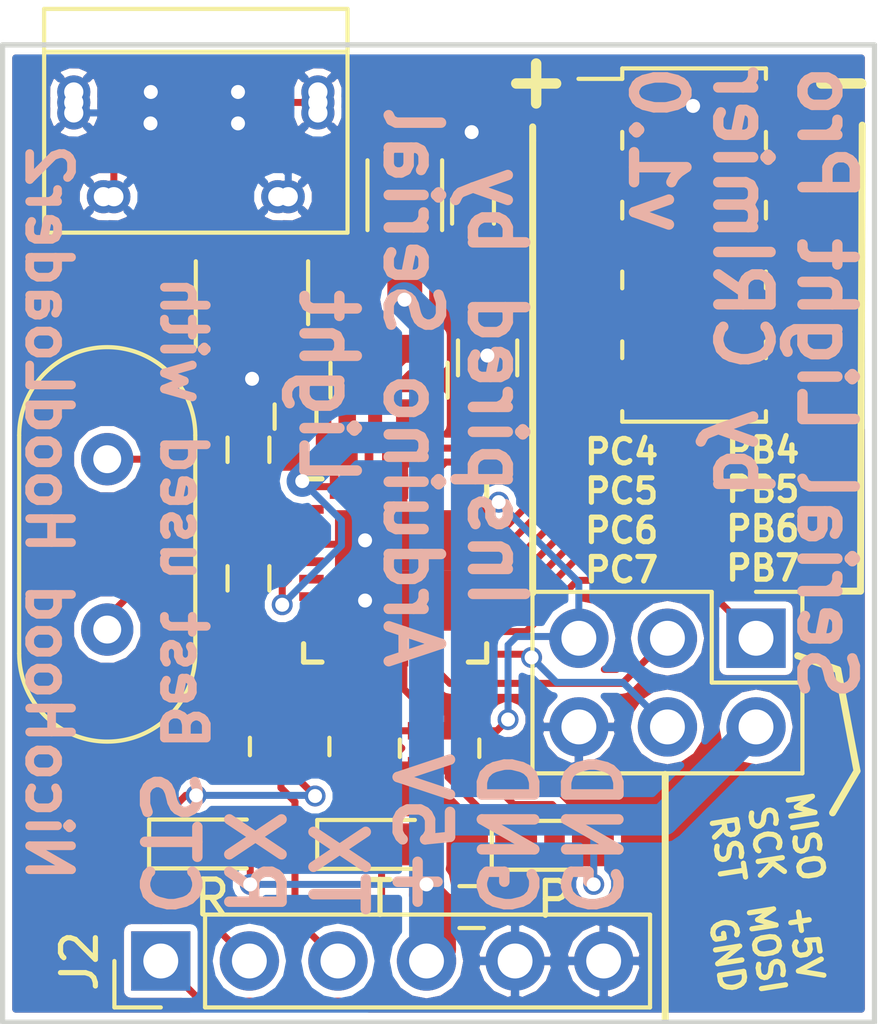
<source format=kicad_pcb>
(kicad_pcb (version 4) (host pcbnew 4.0.7)

  (general
    (links 80)
    (no_connects 0)
    (area 137.5 76.015 164.075001 109.992519)
    (thickness 1.6)
    (drawings 22)
    (tracks 292)
    (zones 0)
    (modules 20)
    (nets 32)
  )

  (page A4)
  (layers
    (0 F.Cu signal)
    (31 B.Cu signal)
    (32 B.Adhes user)
    (33 F.Adhes user)
    (34 B.Paste user)
    (35 F.Paste user)
    (36 B.SilkS user)
    (37 F.SilkS user)
    (38 B.Mask user)
    (39 F.Mask user)
    (40 Dwgs.User user)
    (41 Cmts.User user)
    (42 Eco1.User user)
    (43 Eco2.User user)
    (44 Edge.Cuts user)
    (45 Margin user)
    (46 B.CrtYd user)
    (47 F.CrtYd user)
    (48 B.Fab user hide)
    (49 F.Fab user hide)
  )

  (setup
    (last_trace_width 0.2)
    (user_trace_width 0.4)
    (user_trace_width 0.5)
    (user_trace_width 0.6)
    (user_trace_width 0.7)
    (user_trace_width 0.8)
    (user_trace_width 0.9)
    (user_trace_width 1)
    (trace_clearance 0.2)
    (zone_clearance 0.508)
    (zone_45_only no)
    (trace_min 0.2)
    (segment_width 0.2)
    (edge_width 0.15)
    (via_size 0.6)
    (via_drill 0.4)
    (via_min_size 0.4)
    (via_min_drill 0.3)
    (uvia_size 0.3)
    (uvia_drill 0.1)
    (uvias_allowed no)
    (uvia_min_size 0.2)
    (uvia_min_drill 0.1)
    (pcb_text_width 0.3)
    (pcb_text_size 1.5 1.5)
    (mod_edge_width 0.15)
    (mod_text_size 1 1)
    (mod_text_width 0.15)
    (pad_size 1.725 1.725)
    (pad_drill 0)
    (pad_to_mask_clearance 0.2)
    (aux_axis_origin 164 79)
    (visible_elements 7FFFFF7F)
    (pcbplotparams
      (layerselection 0x010f0_80000001)
      (usegerberextensions true)
      (excludeedgelayer true)
      (linewidth 0.100000)
      (plotframeref false)
      (viasonmask false)
      (mode 1)
      (useauxorigin true)
      (hpglpennumber 1)
      (hpglpenspeed 20)
      (hpglpendiameter 15)
      (hpglpenoverlay 2)
      (psnegative false)
      (psa4output false)
      (plotreference true)
      (plotvalue true)
      (plotinvisibletext false)
      (padsonsilk false)
      (subtractmaskfromsilk false)
      (outputformat 1)
      (mirror false)
      (drillshape 0)
      (scaleselection 1)
      (outputdirectory gerbers/))
  )

  (net 0 "")
  (net 1 +5V)
  (net 2 GND)
  (net 3 "Net-(C2-Pad1)")
  (net 4 "Net-(C3-Pad1)")
  (net 5 "Net-(C4-Pad1)")
  (net 6 MISO)
  (net 7 SCK)
  (net 8 MOSI)
  (net 9 RST)
  (net 10 "Net-(D1-Pad1)")
  (net 11 "Net-(D2-Pad1)")
  (net 12 "Net-(D3-Pad1)")
  (net 13 "Net-(F1-Pad2)")
  (net 14 "Net-(J1-Pad2)")
  (net 15 "Net-(J1-Pad3)")
  (net 16 CTS)
  (net 17 RX)
  (net 18 TX)
  (net 19 "Net-(RN1-Pad3)")
  (net 20 "Net-(RN1-Pad2)")
  (net 21 "Net-(RN3-Pad1)")
  (net 22 "Net-(J4-Pad4)")
  (net 23 "Net-(J4-Pad6)")
  (net 24 "Net-(J4-Pad8)")
  (net 25 "Net-(J4-Pad9)")
  (net 26 "Net-(J4-Pad7)")
  (net 27 "Net-(J4-Pad5)")
  (net 28 "Net-(J4-Pad3)")
  (net 29 "Net-(J4-Pad10)")
  (net 30 "Net-(RN3-Pad2)")
  (net 31 "Net-(RN3-Pad3)")

  (net_class Default "This is the default net class."
    (clearance 0.2)
    (trace_width 0.2)
    (via_dia 0.6)
    (via_drill 0.4)
    (uvia_dia 0.3)
    (uvia_drill 0.1)
    (add_net +5V)
    (add_net CTS)
    (add_net GND)
    (add_net MISO)
    (add_net MOSI)
    (add_net "Net-(C2-Pad1)")
    (add_net "Net-(C3-Pad1)")
    (add_net "Net-(C4-Pad1)")
    (add_net "Net-(D1-Pad1)")
    (add_net "Net-(D2-Pad1)")
    (add_net "Net-(D3-Pad1)")
    (add_net "Net-(F1-Pad2)")
    (add_net "Net-(J1-Pad2)")
    (add_net "Net-(J1-Pad3)")
    (add_net "Net-(J4-Pad10)")
    (add_net "Net-(J4-Pad3)")
    (add_net "Net-(J4-Pad4)")
    (add_net "Net-(J4-Pad5)")
    (add_net "Net-(J4-Pad6)")
    (add_net "Net-(J4-Pad7)")
    (add_net "Net-(J4-Pad8)")
    (add_net "Net-(J4-Pad9)")
    (add_net "Net-(RN1-Pad2)")
    (add_net "Net-(RN1-Pad3)")
    (add_net "Net-(RN3-Pad1)")
    (add_net "Net-(RN3-Pad2)")
    (add_net "Net-(RN3-Pad3)")
    (add_net RST)
    (add_net RX)
    (add_net SCK)
    (add_net TX)
  )

  (module Capacitors_SMD:C_0603_HandSoldering (layer F.Cu) (tedit 5C439582) (tstamp 5C4384C7)
    (at 147.4 89.65 90)
    (descr "Capacitor SMD 0603, hand soldering")
    (tags "capacitor 0603")
    (path /5C43B267)
    (attr smd)
    (fp_text reference C1 (at 0 -1.25 90) (layer F.SilkS) hide
      (effects (font (size 1 1) (thickness 0.15)))
    )
    (fp_text value 100n (at 0 1.5 90) (layer F.Fab)
      (effects (font (size 1 1) (thickness 0.15)))
    )
    (fp_text user %R (at 0 -1.25 90) (layer F.Fab)
      (effects (font (size 1 1) (thickness 0.15)))
    )
    (fp_line (start -0.8 0.4) (end -0.8 -0.4) (layer F.Fab) (width 0.1))
    (fp_line (start 0.8 0.4) (end -0.8 0.4) (layer F.Fab) (width 0.1))
    (fp_line (start 0.8 -0.4) (end 0.8 0.4) (layer F.Fab) (width 0.1))
    (fp_line (start -0.8 -0.4) (end 0.8 -0.4) (layer F.Fab) (width 0.1))
    (fp_line (start -0.35 -0.6) (end 0.35 -0.6) (layer F.SilkS) (width 0.12))
    (fp_line (start 0.35 0.6) (end -0.35 0.6) (layer F.SilkS) (width 0.12))
    (fp_line (start -1.8 -0.65) (end 1.8 -0.65) (layer F.CrtYd) (width 0.05))
    (fp_line (start -1.8 -0.65) (end -1.8 0.65) (layer F.CrtYd) (width 0.05))
    (fp_line (start 1.8 0.65) (end 1.8 -0.65) (layer F.CrtYd) (width 0.05))
    (fp_line (start 1.8 0.65) (end -1.8 0.65) (layer F.CrtYd) (width 0.05))
    (pad 1 smd rect (at -0.95 0 90) (size 1.2 0.75) (layers F.Cu F.Paste F.Mask)
      (net 1 +5V))
    (pad 2 smd rect (at 0.95 0 90) (size 1.2 0.75) (layers F.Cu F.Paste F.Mask)
      (net 2 GND))
    (model Capacitors_SMD.3dshapes/C_0603.wrl
      (at (xyz 0 0 0))
      (scale (xyz 1 1 1))
      (rotate (xyz 0 0 0))
    )
  )

  (module Capacitors_SMD:C_0603_HandSoldering (layer F.Cu) (tedit 5C438831) (tstamp 5C4384CD)
    (at 146.05 90.6 90)
    (descr "Capacitor SMD 0603, hand soldering")
    (tags "capacitor 0603")
    (path /5C438AAC)
    (attr smd)
    (fp_text reference C2 (at 0 -1.25 90) (layer F.SilkS) hide
      (effects (font (size 1 1) (thickness 0.15)))
    )
    (fp_text value 22pF (at 0 1.5 90) (layer F.Fab)
      (effects (font (size 1 1) (thickness 0.15)))
    )
    (fp_text user %R (at 0 -1.25 90) (layer F.Fab)
      (effects (font (size 1 1) (thickness 0.15)))
    )
    (fp_line (start -0.8 0.4) (end -0.8 -0.4) (layer F.Fab) (width 0.1))
    (fp_line (start 0.8 0.4) (end -0.8 0.4) (layer F.Fab) (width 0.1))
    (fp_line (start 0.8 -0.4) (end 0.8 0.4) (layer F.Fab) (width 0.1))
    (fp_line (start -0.8 -0.4) (end 0.8 -0.4) (layer F.Fab) (width 0.1))
    (fp_line (start -0.35 -0.6) (end 0.35 -0.6) (layer F.SilkS) (width 0.12))
    (fp_line (start 0.35 0.6) (end -0.35 0.6) (layer F.SilkS) (width 0.12))
    (fp_line (start -1.8 -0.65) (end 1.8 -0.65) (layer F.CrtYd) (width 0.05))
    (fp_line (start -1.8 -0.65) (end -1.8 0.65) (layer F.CrtYd) (width 0.05))
    (fp_line (start 1.8 0.65) (end 1.8 -0.65) (layer F.CrtYd) (width 0.05))
    (fp_line (start 1.8 0.65) (end -1.8 0.65) (layer F.CrtYd) (width 0.05))
    (pad 1 smd rect (at -0.95 0 90) (size 1.2 0.75) (layers F.Cu F.Paste F.Mask)
      (net 3 "Net-(C2-Pad1)"))
    (pad 2 smd rect (at 0.95 0 90) (size 1.2 0.75) (layers F.Cu F.Paste F.Mask)
      (net 2 GND))
    (model Capacitors_SMD.3dshapes/C_0603.wrl
      (at (xyz 0 0 0))
      (scale (xyz 1 1 1))
      (rotate (xyz 0 0 0))
    )
  )

  (module Capacitors_SMD:C_0603_HandSoldering (layer F.Cu) (tedit 5C43957F) (tstamp 5C4384D3)
    (at 146.05 94.2823 270)
    (descr "Capacitor SMD 0603, hand soldering")
    (tags "capacitor 0603")
    (path /5C438B75)
    (attr smd)
    (fp_text reference C3 (at 0 -1.25 270) (layer F.SilkS) hide
      (effects (font (size 1 1) (thickness 0.15)))
    )
    (fp_text value 22pF (at 0 1.5 270) (layer F.Fab)
      (effects (font (size 1 1) (thickness 0.15)))
    )
    (fp_text user %R (at 0 -1.25 270) (layer F.Fab)
      (effects (font (size 1 1) (thickness 0.15)))
    )
    (fp_line (start -0.8 0.4) (end -0.8 -0.4) (layer F.Fab) (width 0.1))
    (fp_line (start 0.8 0.4) (end -0.8 0.4) (layer F.Fab) (width 0.1))
    (fp_line (start 0.8 -0.4) (end 0.8 0.4) (layer F.Fab) (width 0.1))
    (fp_line (start -0.8 -0.4) (end 0.8 -0.4) (layer F.Fab) (width 0.1))
    (fp_line (start -0.35 -0.6) (end 0.35 -0.6) (layer F.SilkS) (width 0.12))
    (fp_line (start 0.35 0.6) (end -0.35 0.6) (layer F.SilkS) (width 0.12))
    (fp_line (start -1.8 -0.65) (end 1.8 -0.65) (layer F.CrtYd) (width 0.05))
    (fp_line (start -1.8 -0.65) (end -1.8 0.65) (layer F.CrtYd) (width 0.05))
    (fp_line (start 1.8 0.65) (end 1.8 -0.65) (layer F.CrtYd) (width 0.05))
    (fp_line (start 1.8 0.65) (end -1.8 0.65) (layer F.CrtYd) (width 0.05))
    (pad 1 smd rect (at -0.95 0 270) (size 1.2 0.75) (layers F.Cu F.Paste F.Mask)
      (net 4 "Net-(C3-Pad1)"))
    (pad 2 smd rect (at 0.95 0 270) (size 1.2 0.75) (layers F.Cu F.Paste F.Mask)
      (net 2 GND))
    (model Capacitors_SMD.3dshapes/C_0603.wrl
      (at (xyz 0 0 0))
      (scale (xyz 1 1 1))
      (rotate (xyz 0 0 0))
    )
  )

  (module Capacitors_SMD:C_0805_HandSoldering (layer F.Cu) (tedit 5C43882D) (tstamp 5C4384D9)
    (at 152.908 87.9675 90)
    (descr "Capacitor SMD 0805, hand soldering")
    (tags "capacitor 0805")
    (path /5C438E1A)
    (attr smd)
    (fp_text reference C4 (at 0 -1.75 90) (layer F.SilkS) hide
      (effects (font (size 1 1) (thickness 0.15)))
    )
    (fp_text value 1uF (at 0 1.75 90) (layer F.Fab)
      (effects (font (size 1 1) (thickness 0.15)))
    )
    (fp_text user %R (at 0 -1.75 90) (layer F.Fab)
      (effects (font (size 1 1) (thickness 0.15)))
    )
    (fp_line (start -1 0.62) (end -1 -0.62) (layer F.Fab) (width 0.1))
    (fp_line (start 1 0.62) (end -1 0.62) (layer F.Fab) (width 0.1))
    (fp_line (start 1 -0.62) (end 1 0.62) (layer F.Fab) (width 0.1))
    (fp_line (start -1 -0.62) (end 1 -0.62) (layer F.Fab) (width 0.1))
    (fp_line (start 0.5 -0.85) (end -0.5 -0.85) (layer F.SilkS) (width 0.12))
    (fp_line (start -0.5 0.85) (end 0.5 0.85) (layer F.SilkS) (width 0.12))
    (fp_line (start -2.25 -0.88) (end 2.25 -0.88) (layer F.CrtYd) (width 0.05))
    (fp_line (start -2.25 -0.88) (end -2.25 0.87) (layer F.CrtYd) (width 0.05))
    (fp_line (start 2.25 0.87) (end 2.25 -0.88) (layer F.CrtYd) (width 0.05))
    (fp_line (start 2.25 0.87) (end -2.25 0.87) (layer F.CrtYd) (width 0.05))
    (pad 1 smd rect (at -1.25 0 90) (size 1.5 1.25) (layers F.Cu F.Paste F.Mask)
      (net 5 "Net-(C4-Pad1)"))
    (pad 2 smd rect (at 1.25 0 90) (size 1.5 1.25) (layers F.Cu F.Paste F.Mask)
      (net 2 GND))
    (model Capacitors_SMD.3dshapes/C_0805.wrl
      (at (xyz 0 0 0))
      (scale (xyz 1 1 1))
      (rotate (xyz 0 0 0))
    )
  )

  (module Capacitors_SMD:C_0603_HandSoldering (layer F.Cu) (tedit 5C438828) (tstamp 5C4384DF)
    (at 152.4889 83.7717 90)
    (descr "Capacitor SMD 0603, hand soldering")
    (tags "capacitor 0603")
    (path /5C43B634)
    (attr smd)
    (fp_text reference C5 (at 0 -1.25 90) (layer F.SilkS) hide
      (effects (font (size 1 1) (thickness 0.15)))
    )
    (fp_text value 100n (at 0 1.5 90) (layer F.Fab)
      (effects (font (size 1 1) (thickness 0.15)))
    )
    (fp_text user %R (at 0 -1.25 90) (layer F.Fab)
      (effects (font (size 1 1) (thickness 0.15)))
    )
    (fp_line (start -0.8 0.4) (end -0.8 -0.4) (layer F.Fab) (width 0.1))
    (fp_line (start 0.8 0.4) (end -0.8 0.4) (layer F.Fab) (width 0.1))
    (fp_line (start 0.8 -0.4) (end 0.8 0.4) (layer F.Fab) (width 0.1))
    (fp_line (start -0.8 -0.4) (end 0.8 -0.4) (layer F.Fab) (width 0.1))
    (fp_line (start -0.35 -0.6) (end 0.35 -0.6) (layer F.SilkS) (width 0.12))
    (fp_line (start 0.35 0.6) (end -0.35 0.6) (layer F.SilkS) (width 0.12))
    (fp_line (start -1.8 -0.65) (end 1.8 -0.65) (layer F.CrtYd) (width 0.05))
    (fp_line (start -1.8 -0.65) (end -1.8 0.65) (layer F.CrtYd) (width 0.05))
    (fp_line (start 1.8 0.65) (end 1.8 -0.65) (layer F.CrtYd) (width 0.05))
    (fp_line (start 1.8 0.65) (end -1.8 0.65) (layer F.CrtYd) (width 0.05))
    (pad 1 smd rect (at -0.95 0 90) (size 1.2 0.75) (layers F.Cu F.Paste F.Mask)
      (net 1 +5V))
    (pad 2 smd rect (at 0.95 0 90) (size 1.2 0.75) (layers F.Cu F.Paste F.Mask)
      (net 2 GND))
    (model Capacitors_SMD.3dshapes/C_0603.wrl
      (at (xyz 0 0 0))
      (scale (xyz 1 1 1))
      (rotate (xyz 0 0 0))
    )
  )

  (module Pin_Headers:Pin_Header_Straight_2x03_Pitch2.54mm (layer F.Cu) (tedit 5C4387E0) (tstamp 5C4384E9)
    (at 160.6042 95.9993 270)
    (descr "Through hole straight pin header, 2x03, 2.54mm pitch, double rows")
    (tags "Through hole pin header THT 2x03 2.54mm double row")
    (path /5C438765)
    (fp_text reference CON1 (at 1.27 -2.33 270) (layer F.SilkS) hide
      (effects (font (size 1 1) (thickness 0.15)))
    )
    (fp_text value AVR-ISP-6 (at 1.27 7.41 270) (layer F.Fab)
      (effects (font (size 1 1) (thickness 0.15)))
    )
    (fp_line (start 0 -1.27) (end 3.81 -1.27) (layer F.Fab) (width 0.1))
    (fp_line (start 3.81 -1.27) (end 3.81 6.35) (layer F.Fab) (width 0.1))
    (fp_line (start 3.81 6.35) (end -1.27 6.35) (layer F.Fab) (width 0.1))
    (fp_line (start -1.27 6.35) (end -1.27 0) (layer F.Fab) (width 0.1))
    (fp_line (start -1.27 0) (end 0 -1.27) (layer F.Fab) (width 0.1))
    (fp_line (start -1.33 6.41) (end 3.87 6.41) (layer F.SilkS) (width 0.12))
    (fp_line (start -1.33 1.27) (end -1.33 6.41) (layer F.SilkS) (width 0.12))
    (fp_line (start 3.87 -1.33) (end 3.87 6.41) (layer F.SilkS) (width 0.12))
    (fp_line (start -1.33 1.27) (end 1.27 1.27) (layer F.SilkS) (width 0.12))
    (fp_line (start 1.27 1.27) (end 1.27 -1.33) (layer F.SilkS) (width 0.12))
    (fp_line (start 1.27 -1.33) (end 3.87 -1.33) (layer F.SilkS) (width 0.12))
    (fp_line (start -1.33 0) (end -1.33 -1.33) (layer F.SilkS) (width 0.12))
    (fp_line (start -1.33 -1.33) (end 0 -1.33) (layer F.SilkS) (width 0.12))
    (fp_line (start -1.8 -1.8) (end -1.8 6.85) (layer F.CrtYd) (width 0.05))
    (fp_line (start -1.8 6.85) (end 4.35 6.85) (layer F.CrtYd) (width 0.05))
    (fp_line (start 4.35 6.85) (end 4.35 -1.8) (layer F.CrtYd) (width 0.05))
    (fp_line (start 4.35 -1.8) (end -1.8 -1.8) (layer F.CrtYd) (width 0.05))
    (fp_text user %R (at 1.27 2.54 360) (layer F.Fab)
      (effects (font (size 1 1) (thickness 0.15)))
    )
    (pad 1 thru_hole rect (at 0 0 270) (size 1.7 1.7) (drill 1) (layers *.Cu *.Mask)
      (net 6 MISO))
    (pad 2 thru_hole oval (at 2.54 0 270) (size 1.7 1.7) (drill 1) (layers *.Cu *.Mask)
      (net 1 +5V))
    (pad 3 thru_hole oval (at 0 2.54 270) (size 1.7 1.7) (drill 1) (layers *.Cu *.Mask)
      (net 7 SCK))
    (pad 4 thru_hole oval (at 2.54 2.54 270) (size 1.7 1.7) (drill 1) (layers *.Cu *.Mask)
      (net 8 MOSI))
    (pad 5 thru_hole oval (at 0 5.08 270) (size 1.7 1.7) (drill 1) (layers *.Cu *.Mask)
      (net 9 RST))
    (pad 6 thru_hole oval (at 2.54 5.08 270) (size 1.7 1.7) (drill 1) (layers *.Cu *.Mask)
      (net 2 GND))
    (model ${KISYS3DMOD}/Pin_Headers.3dshapes/Pin_Header_Straight_2x03_Pitch2.54mm.wrl
      (at (xyz 0 0 0))
      (scale (xyz 1 1 1))
      (rotate (xyz 0 0 0))
    )
  )

  (module LEDs:LED_0805 (layer F.Cu) (tedit 5C43863F) (tstamp 5C4384EF)
    (at 154.8257 101.9302)
    (descr "LED 0805 smd package")
    (tags "LED led 0805 SMD smd SMT smt smdled SMDLED smtled SMTLED")
    (path /5C439A2B)
    (attr smd)
    (fp_text reference D1 (at 0 -1.45) (layer F.SilkS) hide
      (effects (font (size 1 1) (thickness 0.15)))
    )
    (fp_text value P (at 0 1.55) (layer F.SilkS)
      (effects (font (size 1 1) (thickness 0.15)))
    )
    (fp_line (start -1.8 -0.7) (end -1.8 0.7) (layer F.SilkS) (width 0.12))
    (fp_line (start -0.4 -0.4) (end -0.4 0.4) (layer F.Fab) (width 0.1))
    (fp_line (start -0.4 0) (end 0.2 -0.4) (layer F.Fab) (width 0.1))
    (fp_line (start 0.2 0.4) (end -0.4 0) (layer F.Fab) (width 0.1))
    (fp_line (start 0.2 -0.4) (end 0.2 0.4) (layer F.Fab) (width 0.1))
    (fp_line (start 1 0.6) (end -1 0.6) (layer F.Fab) (width 0.1))
    (fp_line (start 1 -0.6) (end 1 0.6) (layer F.Fab) (width 0.1))
    (fp_line (start -1 -0.6) (end 1 -0.6) (layer F.Fab) (width 0.1))
    (fp_line (start -1 0.6) (end -1 -0.6) (layer F.Fab) (width 0.1))
    (fp_line (start -1.8 0.7) (end 1 0.7) (layer F.SilkS) (width 0.12))
    (fp_line (start -1.8 -0.7) (end 1 -0.7) (layer F.SilkS) (width 0.12))
    (fp_line (start 1.95 -0.85) (end 1.95 0.85) (layer F.CrtYd) (width 0.05))
    (fp_line (start 1.95 0.85) (end -1.95 0.85) (layer F.CrtYd) (width 0.05))
    (fp_line (start -1.95 0.85) (end -1.95 -0.85) (layer F.CrtYd) (width 0.05))
    (fp_line (start -1.95 -0.85) (end 1.95 -0.85) (layer F.CrtYd) (width 0.05))
    (fp_text user %R (at 0 -1.25) (layer F.Fab)
      (effects (font (size 0.4 0.4) (thickness 0.1)))
    )
    (pad 2 smd rect (at 1.1 0 180) (size 1.2 1.2) (layers F.Cu F.Paste F.Mask)
      (net 1 +5V))
    (pad 1 smd rect (at -1.1 0 180) (size 1.2 1.2) (layers F.Cu F.Paste F.Mask)
      (net 10 "Net-(D1-Pad1)"))
    (model ${KISYS3DMOD}/LEDs.3dshapes/LED_0805.wrl
      (at (xyz 0 0 0))
      (scale (xyz 1 1 1))
      (rotate (xyz 0 0 180))
    )
  )

  (module LEDs:LED_0805 (layer F.Cu) (tedit 5C438638) (tstamp 5C4384F5)
    (at 145.0008 101.8921)
    (descr "LED 0805 smd package")
    (tags "LED led 0805 SMD smd SMT smt smdled SMDLED smtled SMTLED")
    (path /5C439AFF)
    (attr smd)
    (fp_text reference D2 (at 0 -1.45) (layer F.SilkS) hide
      (effects (font (size 1 1) (thickness 0.15)))
    )
    (fp_text value R (at 0 1.55) (layer F.SilkS)
      (effects (font (size 1 1) (thickness 0.15)))
    )
    (fp_line (start -1.8 -0.7) (end -1.8 0.7) (layer F.SilkS) (width 0.12))
    (fp_line (start -0.4 -0.4) (end -0.4 0.4) (layer F.Fab) (width 0.1))
    (fp_line (start -0.4 0) (end 0.2 -0.4) (layer F.Fab) (width 0.1))
    (fp_line (start 0.2 0.4) (end -0.4 0) (layer F.Fab) (width 0.1))
    (fp_line (start 0.2 -0.4) (end 0.2 0.4) (layer F.Fab) (width 0.1))
    (fp_line (start 1 0.6) (end -1 0.6) (layer F.Fab) (width 0.1))
    (fp_line (start 1 -0.6) (end 1 0.6) (layer F.Fab) (width 0.1))
    (fp_line (start -1 -0.6) (end 1 -0.6) (layer F.Fab) (width 0.1))
    (fp_line (start -1 0.6) (end -1 -0.6) (layer F.Fab) (width 0.1))
    (fp_line (start -1.8 0.7) (end 1 0.7) (layer F.SilkS) (width 0.12))
    (fp_line (start -1.8 -0.7) (end 1 -0.7) (layer F.SilkS) (width 0.12))
    (fp_line (start 1.95 -0.85) (end 1.95 0.85) (layer F.CrtYd) (width 0.05))
    (fp_line (start 1.95 0.85) (end -1.95 0.85) (layer F.CrtYd) (width 0.05))
    (fp_line (start -1.95 0.85) (end -1.95 -0.85) (layer F.CrtYd) (width 0.05))
    (fp_line (start -1.95 -0.85) (end 1.95 -0.85) (layer F.CrtYd) (width 0.05))
    (fp_text user %R (at 0 -1.25) (layer F.Fab)
      (effects (font (size 0.4 0.4) (thickness 0.1)))
    )
    (pad 2 smd rect (at 1.1 0 180) (size 1.2 1.2) (layers F.Cu F.Paste F.Mask)
      (net 1 +5V))
    (pad 1 smd rect (at -1.1 0 180) (size 1.2 1.2) (layers F.Cu F.Paste F.Mask)
      (net 11 "Net-(D2-Pad1)"))
    (model ${KISYS3DMOD}/LEDs.3dshapes/LED_0805.wrl
      (at (xyz 0 0 0))
      (scale (xyz 1 1 1))
      (rotate (xyz 0 0 180))
    )
  )

  (module LEDs:LED_0805 (layer F.Cu) (tedit 5C43863C) (tstamp 5C4384FB)
    (at 149.8219 101.9048)
    (descr "LED 0805 smd package")
    (tags "LED led 0805 SMD smd SMT smt smdled SMDLED smtled SMTLED")
    (path /5C439B42)
    (attr smd)
    (fp_text reference D3 (at 0 -1.45) (layer F.SilkS) hide
      (effects (font (size 1 1) (thickness 0.15)))
    )
    (fp_text value T (at 0 1.55) (layer F.SilkS)
      (effects (font (size 1 1) (thickness 0.15)))
    )
    (fp_line (start -1.8 -0.7) (end -1.8 0.7) (layer F.SilkS) (width 0.12))
    (fp_line (start -0.4 -0.4) (end -0.4 0.4) (layer F.Fab) (width 0.1))
    (fp_line (start -0.4 0) (end 0.2 -0.4) (layer F.Fab) (width 0.1))
    (fp_line (start 0.2 0.4) (end -0.4 0) (layer F.Fab) (width 0.1))
    (fp_line (start 0.2 -0.4) (end 0.2 0.4) (layer F.Fab) (width 0.1))
    (fp_line (start 1 0.6) (end -1 0.6) (layer F.Fab) (width 0.1))
    (fp_line (start 1 -0.6) (end 1 0.6) (layer F.Fab) (width 0.1))
    (fp_line (start -1 -0.6) (end 1 -0.6) (layer F.Fab) (width 0.1))
    (fp_line (start -1 0.6) (end -1 -0.6) (layer F.Fab) (width 0.1))
    (fp_line (start -1.8 0.7) (end 1 0.7) (layer F.SilkS) (width 0.12))
    (fp_line (start -1.8 -0.7) (end 1 -0.7) (layer F.SilkS) (width 0.12))
    (fp_line (start 1.95 -0.85) (end 1.95 0.85) (layer F.CrtYd) (width 0.05))
    (fp_line (start 1.95 0.85) (end -1.95 0.85) (layer F.CrtYd) (width 0.05))
    (fp_line (start -1.95 0.85) (end -1.95 -0.85) (layer F.CrtYd) (width 0.05))
    (fp_line (start -1.95 -0.85) (end 1.95 -0.85) (layer F.CrtYd) (width 0.05))
    (fp_text user %R (at 0 -1.25) (layer F.Fab)
      (effects (font (size 0.4 0.4) (thickness 0.1)))
    )
    (pad 2 smd rect (at 1.1 0 180) (size 1.2 1.2) (layers F.Cu F.Paste F.Mask)
      (net 1 +5V))
    (pad 1 smd rect (at -1.1 0 180) (size 1.2 1.2) (layers F.Cu F.Paste F.Mask)
      (net 12 "Net-(D3-Pad1)"))
    (model ${KISYS3DMOD}/LEDs.3dshapes/LED_0805.wrl
      (at (xyz 0 0 0))
      (scale (xyz 1 1 1))
      (rotate (xyz 0 0 180))
    )
  )

  (module Fuse_Holders_and_Fuses:Fuse_SMD1206_Wave (layer F.Cu) (tedit 5C43882B) (tstamp 5C438501)
    (at 150.5331 83.3068 90)
    (descr "Fuse, Sicherung, SMD1206, Littlefuse-Wickmann 433 Series, Wave,")
    (tags "Fuse Sicherung SMD1206 Littlefuse-Wickmann 433 Series Wave ")
    (path /5C438657)
    (attr smd)
    (fp_text reference F1 (at -0.05 -2.2 90) (layer F.SilkS) hide
      (effects (font (size 1 1) (thickness 0.15)))
    )
    (fp_text value Fuse (at -0.15 2.5 90) (layer F.Fab)
      (effects (font (size 1 1) (thickness 0.15)))
    )
    (fp_line (start -1.6 0.8) (end -1.6 -0.8) (layer F.Fab) (width 0.1))
    (fp_line (start 1.6 0.8) (end -1.6 0.8) (layer F.Fab) (width 0.1))
    (fp_line (start 1.6 -0.8) (end 1.6 0.8) (layer F.Fab) (width 0.1))
    (fp_line (start -1.6 -0.8) (end 1.6 -0.8) (layer F.Fab) (width 0.1))
    (fp_line (start 1 1.07) (end -1 1.07) (layer F.SilkS) (width 0.12))
    (fp_line (start -1 -1.07) (end 1 -1.07) (layer F.SilkS) (width 0.12))
    (fp_line (start -2.85 -1.08) (end 2.85 -1.08) (layer F.CrtYd) (width 0.05))
    (fp_line (start -2.85 -1.08) (end -2.85 1.08) (layer F.CrtYd) (width 0.05))
    (fp_line (start 2.85 1.08) (end 2.85 -1.08) (layer F.CrtYd) (width 0.05))
    (fp_line (start 2.85 1.08) (end -2.85 1.08) (layer F.CrtYd) (width 0.05))
    (pad 1 smd rect (at -1.58 0 180) (size 2.03 1.65) (layers F.Cu F.Paste F.Mask)
      (net 1 +5V))
    (pad 2 smd rect (at 1.58 0 180) (size 2.03 1.65) (layers F.Cu F.Paste F.Mask)
      (net 13 "Net-(F1-Pad2)"))
  )

  (module Resistors_SMD:R_Array_Convex_4x0603 (layer F.Cu) (tedit 5C439B20) (tstamp 5C438524)
    (at 150.0822 88.6062 90)
    (descr "Chip Resistor Network, ROHM MNR14 (see mnr_g.pdf)")
    (tags "resistor array")
    (path /5C438120)
    (attr smd)
    (fp_text reference RN1 (at 0 -2.8 90) (layer F.SilkS) hide
      (effects (font (size 1 1) (thickness 0.15)))
    )
    (fp_text value 22R (at 0 2.8 90) (layer F.Fab)
      (effects (font (size 1 1) (thickness 0.15)))
    )
    (fp_text user %R (at 0 0 180) (layer F.Fab)
      (effects (font (size 0.5 0.5) (thickness 0.075)))
    )
    (fp_line (start -0.8 -1.6) (end 0.8 -1.6) (layer F.Fab) (width 0.1))
    (fp_line (start 0.8 -1.6) (end 0.8 1.6) (layer F.Fab) (width 0.1))
    (fp_line (start 0.8 1.6) (end -0.8 1.6) (layer F.Fab) (width 0.1))
    (fp_line (start -0.8 1.6) (end -0.8 -1.6) (layer F.Fab) (width 0.1))
    (fp_line (start 0.5 1.68) (end -0.5 1.68) (layer F.SilkS) (width 0.12))
    (fp_line (start 0.5 -1.68) (end -0.5 -1.68) (layer F.SilkS) (width 0.12))
    (fp_line (start -1.55 -1.85) (end 1.55 -1.85) (layer F.CrtYd) (width 0.05))
    (fp_line (start -1.55 -1.85) (end -1.55 1.85) (layer F.CrtYd) (width 0.05))
    (fp_line (start 1.55 1.85) (end 1.55 -1.85) (layer F.CrtYd) (width 0.05))
    (fp_line (start 1.55 1.85) (end -1.55 1.85) (layer F.CrtYd) (width 0.05))
    (pad 1 smd rect (at -0.9 -1.2 90) (size 0.7 0.5) (layers F.Cu F.Paste F.Mask))
    (pad 3 smd rect (at -0.9 0.4 90) (size 0.7 0.4) (layers F.Cu F.Paste F.Mask)
      (net 19 "Net-(RN1-Pad3)"))
    (pad 2 smd rect (at -0.9 -0.4 90) (size 0.7 0.4) (layers F.Cu F.Paste F.Mask)
      (net 20 "Net-(RN1-Pad2)"))
    (pad 4 smd rect (at -0.9 1.2 90) (size 0.8 0.5) (layers F.Cu F.Paste F.Mask))
    (pad 7 smd rect (at 0.9 -0.4 90) (size 0.8 0.4) (layers F.Cu F.Paste F.Mask)
      (net 14 "Net-(J1-Pad2)"))
    (pad 8 smd rect (at 0.9 -1.2 90) (size 0.8 0.5) (layers F.Cu F.Paste F.Mask))
    (pad 6 smd rect (at 0.9 0.4 90) (size 0.8 0.4) (layers F.Cu F.Paste F.Mask)
      (net 15 "Net-(J1-Pad3)"))
    (pad 5 smd rect (at 0.9 1.2 90) (size 0.8 0.5) (layers F.Cu F.Paste F.Mask))
    (model ${KISYS3DMOD}/Resistors_SMD.3dshapes/R_Array_Convex_4x0603.wrl
      (at (xyz 0 0 0))
      (scale (xyz 1 1 1))
      (rotate (xyz 0 0 0))
    )
  )

  (module Housings_DFN_QFN:QFN-32-1EP_5x5mm_Pitch0.5mm (layer F.Cu) (tedit 5C43AE76) (tstamp 5C438564)
    (at 150.2563 94.0565)
    (descr "UH Package; 32-Lead Plastic QFN (5mm x 5mm); (see Linear Technology QFN_32_05-08-1693.pdf)")
    (tags "QFN 0.5")
    (path /5C437FE4)
    (attr smd)
    (fp_text reference U1 (at 0 -3.75) (layer F.SilkS) hide
      (effects (font (size 1 1) (thickness 0.15)))
    )
    (fp_text value ATMEGA8U2-AU (at 0 3.75) (layer F.Fab)
      (effects (font (size 1 1) (thickness 0.15)))
    )
    (fp_line (start -1.5 -2.5) (end 2.5 -2.5) (layer F.Fab) (width 0.15))
    (fp_line (start 2.5 -2.5) (end 2.5 2.5) (layer F.Fab) (width 0.15))
    (fp_line (start 2.5 2.5) (end -2.5 2.5) (layer F.Fab) (width 0.15))
    (fp_line (start -2.5 2.5) (end -2.5 -1.5) (layer F.Fab) (width 0.15))
    (fp_line (start -2.5 -1.5) (end -1.5 -2.5) (layer F.Fab) (width 0.15))
    (fp_line (start -3 -3) (end -3 3) (layer F.CrtYd) (width 0.05))
    (fp_line (start 3 -3) (end 3 3) (layer F.CrtYd) (width 0.05))
    (fp_line (start -3 -3) (end 3 -3) (layer F.CrtYd) (width 0.05))
    (fp_line (start -3 3) (end 3 3) (layer F.CrtYd) (width 0.05))
    (fp_line (start 2.625 -2.625) (end 2.625 -2.1) (layer F.SilkS) (width 0.15))
    (fp_line (start -2.625 2.625) (end -2.625 2.1) (layer F.SilkS) (width 0.15))
    (fp_line (start 2.625 2.625) (end 2.625 2.1) (layer F.SilkS) (width 0.15))
    (fp_line (start -2.625 -2.625) (end -2.1 -2.625) (layer F.SilkS) (width 0.15))
    (fp_line (start -2.625 2.625) (end -2.1 2.625) (layer F.SilkS) (width 0.15))
    (fp_line (start 2.625 2.625) (end 2.1 2.625) (layer F.SilkS) (width 0.15))
    (fp_line (start 2.625 -2.625) (end 2.1 -2.625) (layer F.SilkS) (width 0.15))
    (pad 1 smd rect (at -2.4 -1.75) (size 0.7 0.25) (layers F.Cu F.Paste F.Mask)
      (net 3 "Net-(C2-Pad1)"))
    (pad 2 smd rect (at -2.4 -1.25) (size 0.7 0.25) (layers F.Cu F.Paste F.Mask)
      (net 4 "Net-(C3-Pad1)"))
    (pad 3 smd rect (at -2.4 -0.75) (size 0.7 0.25) (layers F.Cu F.Paste F.Mask)
      (net 2 GND))
    (pad 4 smd rect (at -2.4 -0.25) (size 0.7 0.25) (layers F.Cu F.Paste F.Mask)
      (net 1 +5V))
    (pad 5 smd rect (at -2.4 0.25) (size 0.7 0.25) (layers F.Cu F.Paste F.Mask))
    (pad 6 smd rect (at -2.4 0.75) (size 0.7 0.25) (layers F.Cu F.Paste F.Mask))
    (pad 7 smd rect (at -2.4 1.25) (size 0.7 0.25) (layers F.Cu F.Paste F.Mask))
    (pad 8 smd rect (at -2.4 1.75) (size 0.7 0.25) (layers F.Cu F.Paste F.Mask)
      (net 17 RX))
    (pad 9 smd rect (at -1.75 2.4 90) (size 0.7 0.25) (layers F.Cu F.Paste F.Mask)
      (net 31 "Net-(RN3-Pad3)"))
    (pad 10 smd rect (at -1.25 2.4 90) (size 0.7 0.25) (layers F.Cu F.Paste F.Mask)
      (net 30 "Net-(RN3-Pad2)"))
    (pad 11 smd rect (at -0.75 2.4 90) (size 0.7 0.25) (layers F.Cu F.Paste F.Mask)
      (net 21 "Net-(RN3-Pad1)"))
    (pad 12 smd rect (at -0.25 2.4 90) (size 0.7 0.25) (layers F.Cu F.Paste F.Mask))
    (pad 13 smd rect (at 0.25 2.4 90) (size 0.7 0.25) (layers F.Cu F.Paste F.Mask)
      (net 16 CTS))
    (pad 14 smd rect (at 0.75 2.4 90) (size 0.7 0.25) (layers F.Cu F.Paste F.Mask))
    (pad 15 smd rect (at 1.25 2.4 90) (size 0.7 0.25) (layers F.Cu F.Paste F.Mask)
      (net 7 SCK))
    (pad 16 smd rect (at 1.75 2.4 90) (size 0.7 0.25) (layers F.Cu F.Paste F.Mask)
      (net 8 MOSI))
    (pad 17 smd rect (at 2.4 1.75) (size 0.7 0.25) (layers F.Cu F.Paste F.Mask)
      (net 6 MISO))
    (pad 18 smd rect (at 2.4 1.25) (size 0.7 0.25) (layers F.Cu F.Paste F.Mask)
      (net 22 "Net-(J4-Pad4)"))
    (pad 19 smd rect (at 2.4 0.75) (size 0.7 0.25) (layers F.Cu F.Paste F.Mask)
      (net 23 "Net-(J4-Pad6)"))
    (pad 20 smd rect (at 2.4 0.25) (size 0.7 0.25) (layers F.Cu F.Paste F.Mask)
      (net 24 "Net-(J4-Pad8)"))
    (pad 21 smd rect (at 2.4 -0.25) (size 0.7 0.25) (layers F.Cu F.Paste F.Mask)
      (net 29 "Net-(J4-Pad10)"))
    (pad 22 smd rect (at 2.4 -0.75) (size 0.7 0.25) (layers F.Cu F.Paste F.Mask)
      (net 25 "Net-(J4-Pad9)"))
    (pad 23 smd rect (at 2.4 -1.25) (size 0.7 0.25) (layers F.Cu F.Paste F.Mask)
      (net 26 "Net-(J4-Pad7)"))
    (pad 24 smd rect (at 2.4 -1.75) (size 0.7 0.25) (layers F.Cu F.Paste F.Mask)
      (net 9 RST))
    (pad 25 smd rect (at 1.75 -2.4 90) (size 0.7 0.25) (layers F.Cu F.Paste F.Mask)
      (net 27 "Net-(J4-Pad5)"))
    (pad 26 smd rect (at 1.25 -2.4 90) (size 0.7 0.25) (layers F.Cu F.Paste F.Mask)
      (net 28 "Net-(J4-Pad3)"))
    (pad 27 smd rect (at 0.75 -2.4 90) (size 0.7 0.25) (layers F.Cu F.Paste F.Mask)
      (net 5 "Net-(C4-Pad1)"))
    (pad 28 smd rect (at 0.25 -2.4 90) (size 0.7 0.25) (layers F.Cu F.Paste F.Mask)
      (net 2 GND))
    (pad 29 smd rect (at -0.25 -2.4 90) (size 0.7 0.25) (layers F.Cu F.Paste F.Mask)
      (net 19 "Net-(RN1-Pad3)"))
    (pad 30 smd rect (at -0.75 -2.4 90) (size 0.7 0.25) (layers F.Cu F.Paste F.Mask)
      (net 20 "Net-(RN1-Pad2)"))
    (pad 31 smd rect (at -1.25 -2.4 90) (size 0.7 0.25) (layers F.Cu F.Paste F.Mask)
      (net 1 +5V))
    (pad 32 smd rect (at -1.75 -2.4 90) (size 0.7 0.25) (layers F.Cu F.Paste F.Mask)
      (net 1 +5V))
    (pad 33 smd rect (at 0.8625 0.8625) (size 1.725 1.725) (layers F.Cu F.Paste F.Mask)
      (net 2 GND) (solder_paste_margin_ratio -0.2))
    (pad 33 smd rect (at 0.8625 -0.8625) (size 1.725 1.725) (layers F.Cu F.Paste F.Mask)
      (net 2 GND) (solder_paste_margin_ratio -0.2))
    (pad 33 smd rect (at -0.8625 0.8625) (size 1.725 1.725) (layers F.Cu F.Paste F.Mask)
      (net 2 GND) (solder_paste_margin_ratio -0.2))
    (pad 33 smd rect (at -0.8625 -0.8625) (size 1.725 1.725) (layers F.Cu F.Paste F.Mask)
      (net 2 GND) (solder_paste_margin_ratio -0.2))
    (model ${KISYS3DMOD}/Housings_DFN_QFN.3dshapes/QFN-32-1EP_5x5mm_Pitch0.5mm.wrl
      (at (xyz 0 0 0))
      (scale (xyz 1 1 1))
      (rotate (xyz 0 0 0))
    )
  )

  (module Crystals:Crystal_HC49-U_Vertical (layer F.Cu) (tedit 5C439BF8) (tstamp 5C43856A)
    (at 142 90.87 270)
    (descr "Crystal THT HC-49/U http://5hertz.com/pdfs/04404_D.pdf")
    (tags "THT crystalHC-49/U")
    (path /5C4388CE)
    (fp_text reference Y1 (at 2.44 -3.525 270) (layer F.SilkS) hide
      (effects (font (size 1 1) (thickness 0.15)))
    )
    (fp_text value Crystal (at 2.44 3.525 270) (layer F.Fab)
      (effects (font (size 1 1) (thickness 0.15)))
    )
    (fp_text user %R (at 2.44 0 270) (layer F.Fab)
      (effects (font (size 1 1) (thickness 0.15)))
    )
    (fp_line (start -0.685 -2.325) (end 5.565 -2.325) (layer F.Fab) (width 0.1))
    (fp_line (start -0.685 2.325) (end 5.565 2.325) (layer F.Fab) (width 0.1))
    (fp_line (start -0.56 -2) (end 5.44 -2) (layer F.Fab) (width 0.1))
    (fp_line (start -0.56 2) (end 5.44 2) (layer F.Fab) (width 0.1))
    (fp_line (start -0.685 -2.525) (end 5.565 -2.525) (layer F.SilkS) (width 0.12))
    (fp_line (start -0.685 2.525) (end 5.565 2.525) (layer F.SilkS) (width 0.12))
    (fp_line (start -3.5 -2.8) (end -3.5 2.8) (layer F.CrtYd) (width 0.05))
    (fp_line (start -3.5 2.8) (end 8.4 2.8) (layer F.CrtYd) (width 0.05))
    (fp_line (start 8.4 2.8) (end 8.4 -2.8) (layer F.CrtYd) (width 0.05))
    (fp_line (start 8.4 -2.8) (end -3.5 -2.8) (layer F.CrtYd) (width 0.05))
    (fp_arc (start -0.685 0) (end -0.685 -2.325) (angle -180) (layer F.Fab) (width 0.1))
    (fp_arc (start 5.565 0) (end 5.565 -2.325) (angle 180) (layer F.Fab) (width 0.1))
    (fp_arc (start -0.56 0) (end -0.56 -2) (angle -180) (layer F.Fab) (width 0.1))
    (fp_arc (start 5.44 0) (end 5.44 -2) (angle 180) (layer F.Fab) (width 0.1))
    (fp_arc (start -0.685 0) (end -0.685 -2.525) (angle -180) (layer F.SilkS) (width 0.12))
    (fp_arc (start 5.565 0) (end 5.565 -2.525) (angle 180) (layer F.SilkS) (width 0.12))
    (pad 1 thru_hole circle (at 0 0 270) (size 1.5 1.5) (drill 0.8) (layers *.Cu *.Mask)
      (net 3 "Net-(C2-Pad1)"))
    (pad 2 thru_hole circle (at 4.88 0 270) (size 1.5 1.5) (drill 0.8) (layers *.Cu *.Mask)
      (net 4 "Net-(C3-Pad1)"))
    (model ${KISYS3DMOD}/Crystals.3dshapes/Crystal_HC49-U_Vertical.wrl
      (at (xyz 0 0 0))
      (scale (xyz 0.393701 0.393701 0.393701))
      (rotate (xyz 0 0 0))
    )
  )

  (module Pin_Headers:Pin_Header_Straight_2x05_Pitch2.00mm_SMD (layer F.Cu) (tedit 5C439471) (tstamp 5C4394C3)
    (at 158.8284 84.7344)
    (descr "surface-mounted straight pin header, 2x05, 2.00mm pitch, double rows")
    (tags "Surface mounted pin header SMD 2x05 2.00mm double row")
    (path /5C43C727)
    (attr smd)
    (fp_text reference J4 (at 0 -6.06) (layer F.SilkS) hide
      (effects (font (size 1 1) (thickness 0.15)))
    )
    (fp_text value EXP1 (at 0 6.06) (layer F.Fab)
      (effects (font (size 1 1) (thickness 0.15)))
    )
    (fp_line (start 2 5) (end -2 5) (layer F.Fab) (width 0.1))
    (fp_line (start -1.25 -5) (end 2 -5) (layer F.Fab) (width 0.1))
    (fp_line (start -2 5) (end -2 -4.25) (layer F.Fab) (width 0.1))
    (fp_line (start -2 -4.25) (end -1.25 -5) (layer F.Fab) (width 0.1))
    (fp_line (start 2 -5) (end 2 5) (layer F.Fab) (width 0.1))
    (fp_line (start -2 -4.25) (end -2.875 -4.25) (layer F.Fab) (width 0.1))
    (fp_line (start -2.875 -4.25) (end -2.875 -3.75) (layer F.Fab) (width 0.1))
    (fp_line (start -2.875 -3.75) (end -2 -3.75) (layer F.Fab) (width 0.1))
    (fp_line (start 2 -4.25) (end 2.875 -4.25) (layer F.Fab) (width 0.1))
    (fp_line (start 2.875 -4.25) (end 2.875 -3.75) (layer F.Fab) (width 0.1))
    (fp_line (start 2.875 -3.75) (end 2 -3.75) (layer F.Fab) (width 0.1))
    (fp_line (start -2 -2.25) (end -2.875 -2.25) (layer F.Fab) (width 0.1))
    (fp_line (start -2.875 -2.25) (end -2.875 -1.75) (layer F.Fab) (width 0.1))
    (fp_line (start -2.875 -1.75) (end -2 -1.75) (layer F.Fab) (width 0.1))
    (fp_line (start 2 -2.25) (end 2.875 -2.25) (layer F.Fab) (width 0.1))
    (fp_line (start 2.875 -2.25) (end 2.875 -1.75) (layer F.Fab) (width 0.1))
    (fp_line (start 2.875 -1.75) (end 2 -1.75) (layer F.Fab) (width 0.1))
    (fp_line (start -2 -0.25) (end -2.875 -0.25) (layer F.Fab) (width 0.1))
    (fp_line (start -2.875 -0.25) (end -2.875 0.25) (layer F.Fab) (width 0.1))
    (fp_line (start -2.875 0.25) (end -2 0.25) (layer F.Fab) (width 0.1))
    (fp_line (start 2 -0.25) (end 2.875 -0.25) (layer F.Fab) (width 0.1))
    (fp_line (start 2.875 -0.25) (end 2.875 0.25) (layer F.Fab) (width 0.1))
    (fp_line (start 2.875 0.25) (end 2 0.25) (layer F.Fab) (width 0.1))
    (fp_line (start -2 1.75) (end -2.875 1.75) (layer F.Fab) (width 0.1))
    (fp_line (start -2.875 1.75) (end -2.875 2.25) (layer F.Fab) (width 0.1))
    (fp_line (start -2.875 2.25) (end -2 2.25) (layer F.Fab) (width 0.1))
    (fp_line (start 2 1.75) (end 2.875 1.75) (layer F.Fab) (width 0.1))
    (fp_line (start 2.875 1.75) (end 2.875 2.25) (layer F.Fab) (width 0.1))
    (fp_line (start 2.875 2.25) (end 2 2.25) (layer F.Fab) (width 0.1))
    (fp_line (start -2 3.75) (end -2.875 3.75) (layer F.Fab) (width 0.1))
    (fp_line (start -2.875 3.75) (end -2.875 4.25) (layer F.Fab) (width 0.1))
    (fp_line (start -2.875 4.25) (end -2 4.25) (layer F.Fab) (width 0.1))
    (fp_line (start 2 3.75) (end 2.875 3.75) (layer F.Fab) (width 0.1))
    (fp_line (start 2.875 3.75) (end 2.875 4.25) (layer F.Fab) (width 0.1))
    (fp_line (start 2.875 4.25) (end 2 4.25) (layer F.Fab) (width 0.1))
    (fp_line (start -2.06 -5.06) (end 2.06 -5.06) (layer F.SilkS) (width 0.12))
    (fp_line (start -2.06 5.06) (end 2.06 5.06) (layer F.SilkS) (width 0.12))
    (fp_line (start -3.315 -4.76) (end -2.06 -4.76) (layer F.SilkS) (width 0.12))
    (fp_line (start -2.06 -5.06) (end -2.06 -4.76) (layer F.SilkS) (width 0.12))
    (fp_line (start 2.06 -5.06) (end 2.06 -4.76) (layer F.SilkS) (width 0.12))
    (fp_line (start -2.06 4.76) (end -2.06 5.06) (layer F.SilkS) (width 0.12))
    (fp_line (start 2.06 4.76) (end 2.06 5.06) (layer F.SilkS) (width 0.12))
    (fp_line (start -2.06 -3.24) (end -2.06 -2.76) (layer F.SilkS) (width 0.12))
    (fp_line (start 2.06 -3.24) (end 2.06 -2.76) (layer F.SilkS) (width 0.12))
    (fp_line (start -2.06 -1.24) (end -2.06 -0.76) (layer F.SilkS) (width 0.12))
    (fp_line (start 2.06 -1.24) (end 2.06 -0.76) (layer F.SilkS) (width 0.12))
    (fp_line (start -2.06 0.76) (end -2.06 1.24) (layer F.SilkS) (width 0.12))
    (fp_line (start 2.06 0.76) (end 2.06 1.24) (layer F.SilkS) (width 0.12))
    (fp_line (start -2.06 2.76) (end -2.06 3.24) (layer F.SilkS) (width 0.12))
    (fp_line (start 2.06 2.76) (end 2.06 3.24) (layer F.SilkS) (width 0.12))
    (fp_line (start -4.9 -5.5) (end -4.9 5.5) (layer F.CrtYd) (width 0.05))
    (fp_line (start -4.9 5.5) (end 4.9 5.5) (layer F.CrtYd) (width 0.05))
    (fp_line (start 4.9 5.5) (end 4.9 -5.5) (layer F.CrtYd) (width 0.05))
    (fp_line (start 4.9 -5.5) (end -4.9 -5.5) (layer F.CrtYd) (width 0.05))
    (fp_text user %R (at 0 0 90) (layer F.Fab)
      (effects (font (size 1 1) (thickness 0.15)))
    )
    (pad 1 smd rect (at -2.085 -4) (size 2.58 1) (layers F.Cu F.Paste F.Mask)
      (net 1 +5V))
    (pad 2 smd rect (at 2.085 -4) (size 2.58 1) (layers F.Cu F.Paste F.Mask)
      (net 2 GND))
    (pad 3 smd rect (at -2.085 -2) (size 2.58 1) (layers F.Cu F.Paste F.Mask)
      (net 28 "Net-(J4-Pad3)"))
    (pad 4 smd rect (at 2.085 -2) (size 2.58 1) (layers F.Cu F.Paste F.Mask)
      (net 22 "Net-(J4-Pad4)"))
    (pad 5 smd rect (at -2.085 0) (size 2.58 1) (layers F.Cu F.Paste F.Mask)
      (net 27 "Net-(J4-Pad5)"))
    (pad 6 smd rect (at 2.085 0) (size 2.58 1) (layers F.Cu F.Paste F.Mask)
      (net 23 "Net-(J4-Pad6)"))
    (pad 7 smd rect (at -2.085 2) (size 2.58 1) (layers F.Cu F.Paste F.Mask)
      (net 26 "Net-(J4-Pad7)"))
    (pad 8 smd rect (at 2.085 2) (size 2.58 1) (layers F.Cu F.Paste F.Mask)
      (net 24 "Net-(J4-Pad8)"))
    (pad 9 smd rect (at -2.085 4) (size 2.58 1) (layers F.Cu F.Paste F.Mask)
      (net 25 "Net-(J4-Pad9)"))
    (pad 10 smd rect (at 2.085 4) (size 2.58 1) (layers F.Cu F.Paste F.Mask)
      (net 29 "Net-(J4-Pad10)"))
    (model ${KISYS3DMOD}/Pin_Headers.3dshapes/Pin_Header_Straight_2x05_Pitch2.00mm_SMD.wrl
      (at (xyz 0 0 0))
      (scale (xyz 1 1 1))
      (rotate (xyz 0 0 0))
    )
  )

  (module Capacitors_SMD:C_0603_HandSoldering (layer F.Cu) (tedit 5C439B6E) (tstamp 5C439B99)
    (at 152.45 103.7)
    (descr "Capacitor SMD 0603, hand soldering")
    (tags "capacitor 0603")
    (path /5C43FA71)
    (attr smd)
    (fp_text reference C6 (at 0 -1.25) (layer F.SilkS) hide
      (effects (font (size 1 1) (thickness 0.15)))
    )
    (fp_text value 100n (at 0 1.5) (layer F.Fab)
      (effects (font (size 1 1) (thickness 0.15)))
    )
    (fp_text user %R (at 0 -1.25) (layer F.Fab)
      (effects (font (size 1 1) (thickness 0.15)))
    )
    (fp_line (start -0.8 0.4) (end -0.8 -0.4) (layer F.Fab) (width 0.1))
    (fp_line (start 0.8 0.4) (end -0.8 0.4) (layer F.Fab) (width 0.1))
    (fp_line (start 0.8 -0.4) (end 0.8 0.4) (layer F.Fab) (width 0.1))
    (fp_line (start -0.8 -0.4) (end 0.8 -0.4) (layer F.Fab) (width 0.1))
    (fp_line (start -0.35 -0.6) (end 0.35 -0.6) (layer F.SilkS) (width 0.12))
    (fp_line (start 0.35 0.6) (end -0.35 0.6) (layer F.SilkS) (width 0.12))
    (fp_line (start -1.8 -0.65) (end 1.8 -0.65) (layer F.CrtYd) (width 0.05))
    (fp_line (start -1.8 -0.65) (end -1.8 0.65) (layer F.CrtYd) (width 0.05))
    (fp_line (start 1.8 0.65) (end 1.8 -0.65) (layer F.CrtYd) (width 0.05))
    (fp_line (start 1.8 0.65) (end -1.8 0.65) (layer F.CrtYd) (width 0.05))
    (pad 1 smd rect (at -0.95 0) (size 1.2 0.75) (layers F.Cu F.Paste F.Mask)
      (net 1 +5V))
    (pad 2 smd rect (at 0.95 0) (size 1.2 0.75) (layers F.Cu F.Paste F.Mask)
      (net 2 GND))
    (model Capacitors_SMD.3dshapes/C_0603.wrl
      (at (xyz 0 0 0))
      (scale (xyz 1 1 1))
      (rotate (xyz 0 0 0))
    )
  )

  (module TO_SOT_Packages_SMD:SOT-23-6 (layer F.Cu) (tedit 5C43A9E0) (tstamp 5C43A99F)
    (at 146.15 86.1 90)
    (descr "6-pin SOT-23 package")
    (tags SOT-23-6)
    (path /5C4401E8)
    (attr smd)
    (fp_text reference J5 (at 0 -2.9 90) (layer F.SilkS) hide
      (effects (font (size 1 1) (thickness 0.15)))
    )
    (fp_text value ESD (at 0 2.9 90) (layer F.Fab)
      (effects (font (size 1 1) (thickness 0.15)))
    )
    (fp_text user %R (at 0 0 180) (layer F.Fab)
      (effects (font (size 0.5 0.5) (thickness 0.075)))
    )
    (fp_line (start -0.9 1.61) (end 0.9 1.61) (layer F.SilkS) (width 0.12))
    (fp_line (start 0.9 -1.61) (end -1.55 -1.61) (layer F.SilkS) (width 0.12))
    (fp_line (start 1.9 -1.8) (end -1.9 -1.8) (layer F.CrtYd) (width 0.05))
    (fp_line (start 1.9 1.8) (end 1.9 -1.8) (layer F.CrtYd) (width 0.05))
    (fp_line (start -1.9 1.8) (end 1.9 1.8) (layer F.CrtYd) (width 0.05))
    (fp_line (start -1.9 -1.8) (end -1.9 1.8) (layer F.CrtYd) (width 0.05))
    (fp_line (start -0.9 -0.9) (end -0.25 -1.55) (layer F.Fab) (width 0.1))
    (fp_line (start 0.9 -1.55) (end -0.25 -1.55) (layer F.Fab) (width 0.1))
    (fp_line (start -0.9 -0.9) (end -0.9 1.55) (layer F.Fab) (width 0.1))
    (fp_line (start 0.9 1.55) (end -0.9 1.55) (layer F.Fab) (width 0.1))
    (fp_line (start 0.9 -1.55) (end 0.9 1.55) (layer F.Fab) (width 0.1))
    (pad 1 smd rect (at -1.1 -0.95 90) (size 1.06 0.65) (layers F.Cu F.Paste F.Mask)
      (net 15 "Net-(J1-Pad3)"))
    (pad 2 smd rect (at -1.1 0 90) (size 1.06 0.65) (layers F.Cu F.Paste F.Mask)
      (net 2 GND))
    (pad 3 smd rect (at -1.1 0.95 90) (size 1.06 0.65) (layers F.Cu F.Paste F.Mask))
    (pad 4 smd rect (at 1.1 0.95 90) (size 1.06 0.65) (layers F.Cu F.Paste F.Mask))
    (pad 6 smd rect (at 1.1 -0.95 90) (size 1.06 0.65) (layers F.Cu F.Paste F.Mask)
      (net 14 "Net-(J1-Pad2)"))
    (pad 5 smd rect (at 1.1 0 90) (size 1.06 0.65) (layers F.Cu F.Paste F.Mask)
      (net 13 "Net-(F1-Pad2)"))
    (model ${KISYS3DMOD}/TO_SOT_Packages_SMD.3dshapes/SOT-23-6.wrl
      (at (xyz 0 0 0))
      (scale (xyz 1 1 1))
      (rotate (xyz 0 0 0))
    )
  )

  (module Resistors_SMD:R_Array_Concave_4x0402 (layer F.Cu) (tedit 5C44FE41) (tstamp 5C43853C)
    (at 147.2311 99.1 270)
    (descr "Thick Film Chip Resistor Array, Wave soldering, Vishay CRA04P (see cra04p.pdf)")
    (tags "resistor array")
    (path /5C4380E1)
    (attr smd)
    (fp_text reference RN3 (at 0 -2.1 270) (layer F.SilkS) hide
      (effects (font (size 1 1) (thickness 0.15)))
    )
    (fp_text value R_Pack04 (at 0 2.1 270) (layer F.Fab)
      (effects (font (size 1 1) (thickness 0.15)))
    )
    (fp_text user %R (at 0 0 360) (layer F.Fab)
      (effects (font (size 0.5 0.5) (thickness 0.075)))
    )
    (fp_line (start -0.5 -1) (end 0.5 -1) (layer F.Fab) (width 0.1))
    (fp_line (start 0.5 -1) (end 0.5 1) (layer F.Fab) (width 0.1))
    (fp_line (start 0.5 1) (end -0.5 1) (layer F.Fab) (width 0.1))
    (fp_line (start -0.5 1) (end -0.5 -1) (layer F.Fab) (width 0.1))
    (fp_line (start 0.25 -1.14) (end -0.25 -1.14) (layer F.SilkS) (width 0.12))
    (fp_line (start 0.25 1.14) (end -0.25 1.14) (layer F.SilkS) (width 0.12))
    (fp_line (start -1 -1.25) (end 1 -1.25) (layer F.CrtYd) (width 0.05))
    (fp_line (start -1 -1.25) (end -1 1.25) (layer F.CrtYd) (width 0.05))
    (fp_line (start 1 1.25) (end 1 -1.25) (layer F.CrtYd) (width 0.05))
    (fp_line (start 1 1.25) (end -1 1.25) (layer F.CrtYd) (width 0.05))
    (pad 1 smd rect (at -0.5 -0.75 270) (size 0.5 0.32) (layers F.Cu F.Paste F.Mask)
      (net 21 "Net-(RN3-Pad1)"))
    (pad 3 smd rect (at -0.5 0.25 270) (size 0.5 0.32) (layers F.Cu F.Paste F.Mask)
      (net 31 "Net-(RN3-Pad3)"))
    (pad 2 smd rect (at -0.5 -0.25 270) (size 0.5 0.32) (layers F.Cu F.Paste F.Mask)
      (net 30 "Net-(RN3-Pad2)"))
    (pad 4 smd rect (at -0.5 0.75 270) (size 0.5 0.32) (layers F.Cu F.Paste F.Mask)
      (net 31 "Net-(RN3-Pad3)"))
    (pad 7 smd rect (at 0.5 -0.25 270) (size 0.5 0.32) (layers F.Cu F.Paste F.Mask)
      (net 11 "Net-(D2-Pad1)"))
    (pad 8 smd rect (at 0.5 -0.75 270) (size 0.5 0.32) (layers F.Cu F.Paste F.Mask)
      (net 12 "Net-(D3-Pad1)"))
    (pad 6 smd rect (at 0.5 0.25 270) (size 0.5 0.32) (layers F.Cu F.Paste F.Mask)
      (net 18 TX))
    (pad 5 smd rect (at 0.5 0.75 270) (size 0.5 0.32) (layers F.Cu F.Paste F.Mask)
      (net 18 TX))
    (model ${KISYS3DMOD}/Resistors_SMD.3dshapes/R_Array_Concave_4x0402.wrl
      (at (xyz 0 0 0))
      (scale (xyz 1 1 1))
      (rotate (xyz 0 0 0))
    )
  )

  (module Resistors_SMD:R_Array_Concave_4x0402 (layer F.Cu) (tedit 5C44FE48) (tstamp 5C438530)
    (at 151.5299 99.15 90)
    (descr "Thick Film Chip Resistor Array, Wave soldering, Vishay CRA04P (see cra04p.pdf)")
    (tags "resistor array")
    (path /5C438046)
    (attr smd)
    (fp_text reference RN2 (at 0 -2.1 90) (layer F.SilkS) hide
      (effects (font (size 1 1) (thickness 0.15)))
    )
    (fp_text value R_Pack04 (at 0 2.1 90) (layer F.Fab)
      (effects (font (size 1 1) (thickness 0.15)))
    )
    (fp_text user %R (at 0 0 180) (layer F.Fab)
      (effects (font (size 0.5 0.5) (thickness 0.075)))
    )
    (fp_line (start -0.5 -1) (end 0.5 -1) (layer F.Fab) (width 0.1))
    (fp_line (start 0.5 -1) (end 0.5 1) (layer F.Fab) (width 0.1))
    (fp_line (start 0.5 1) (end -0.5 1) (layer F.Fab) (width 0.1))
    (fp_line (start -0.5 1) (end -0.5 -1) (layer F.Fab) (width 0.1))
    (fp_line (start 0.25 -1.14) (end -0.25 -1.14) (layer F.SilkS) (width 0.12))
    (fp_line (start 0.25 1.14) (end -0.25 1.14) (layer F.SilkS) (width 0.12))
    (fp_line (start -1 -1.25) (end 1 -1.25) (layer F.CrtYd) (width 0.05))
    (fp_line (start -1 -1.25) (end -1 1.25) (layer F.CrtYd) (width 0.05))
    (fp_line (start 1 1.25) (end 1 -1.25) (layer F.CrtYd) (width 0.05))
    (fp_line (start 1 1.25) (end -1 1.25) (layer F.CrtYd) (width 0.05))
    (pad 1 smd rect (at -0.5 -0.75 90) (size 0.5 0.32) (layers F.Cu F.Paste F.Mask)
      (net 2 GND))
    (pad 3 smd rect (at -0.5 0.25 90) (size 0.5 0.32) (layers F.Cu F.Paste F.Mask)
      (net 10 "Net-(D1-Pad1)"))
    (pad 2 smd rect (at -0.5 -0.25 90) (size 0.5 0.32) (layers F.Cu F.Paste F.Mask))
    (pad 4 smd rect (at -0.5 0.75 90) (size 0.5 0.32) (layers F.Cu F.Paste F.Mask)
      (net 1 +5V))
    (pad 7 smd rect (at 0.5 -0.25 90) (size 0.5 0.32) (layers F.Cu F.Paste F.Mask))
    (pad 8 smd rect (at 0.5 -0.75 90) (size 0.5 0.32) (layers F.Cu F.Paste F.Mask)
      (net 16 CTS))
    (pad 6 smd rect (at 0.5 0.25 90) (size 0.5 0.32) (layers F.Cu F.Paste F.Mask)
      (net 2 GND))
    (pad 5 smd rect (at 0.5 0.75 90) (size 0.5 0.32) (layers F.Cu F.Paste F.Mask)
      (net 9 RST))
    (model ${KISYS3DMOD}/Resistors_SMD.3dshapes/R_Array_Concave_4x0402.wrl
      (at (xyz 0 0 0))
      (scale (xyz 1 1 1))
      (rotate (xyz 0 0 0))
    )
  )

  (module Pin_Headers:Pin_Header_Straight_1x06_Pitch2.54mm (layer F.Cu) (tedit 59650532) (tstamp 5C438518)
    (at 143.5354 105.2449 90)
    (descr "Through hole straight pin header, 1x06, 2.54mm pitch, single row")
    (tags "Through hole pin header THT 1x06 2.54mm single row")
    (path /5C43ACDD)
    (fp_text reference J2 (at 0 -2.33 90) (layer F.SilkS)
      (effects (font (size 1 1) (thickness 0.15)))
    )
    (fp_text value Conn_01x06 (at 0 15.03 90) (layer F.Fab)
      (effects (font (size 1 1) (thickness 0.15)))
    )
    (fp_line (start -0.635 -1.27) (end 1.27 -1.27) (layer F.Fab) (width 0.1))
    (fp_line (start 1.27 -1.27) (end 1.27 13.97) (layer F.Fab) (width 0.1))
    (fp_line (start 1.27 13.97) (end -1.27 13.97) (layer F.Fab) (width 0.1))
    (fp_line (start -1.27 13.97) (end -1.27 -0.635) (layer F.Fab) (width 0.1))
    (fp_line (start -1.27 -0.635) (end -0.635 -1.27) (layer F.Fab) (width 0.1))
    (fp_line (start -1.33 14.03) (end 1.33 14.03) (layer F.SilkS) (width 0.12))
    (fp_line (start -1.33 1.27) (end -1.33 14.03) (layer F.SilkS) (width 0.12))
    (fp_line (start 1.33 1.27) (end 1.33 14.03) (layer F.SilkS) (width 0.12))
    (fp_line (start -1.33 1.27) (end 1.33 1.27) (layer F.SilkS) (width 0.12))
    (fp_line (start -1.33 0) (end -1.33 -1.33) (layer F.SilkS) (width 0.12))
    (fp_line (start -1.33 -1.33) (end 0 -1.33) (layer F.SilkS) (width 0.12))
    (fp_line (start -1.8 -1.8) (end -1.8 14.5) (layer F.CrtYd) (width 0.05))
    (fp_line (start -1.8 14.5) (end 1.8 14.5) (layer F.CrtYd) (width 0.05))
    (fp_line (start 1.8 14.5) (end 1.8 -1.8) (layer F.CrtYd) (width 0.05))
    (fp_line (start 1.8 -1.8) (end -1.8 -1.8) (layer F.CrtYd) (width 0.05))
    (fp_text user %R (at 0 6.35 180) (layer F.Fab)
      (effects (font (size 1 1) (thickness 0.15)))
    )
    (pad 1 thru_hole rect (at 0 0 90) (size 1.7 1.7) (drill 1) (layers *.Cu *.Mask)
      (net 16 CTS))
    (pad 2 thru_hole oval (at 0 2.54 90) (size 1.7 1.7) (drill 1) (layers *.Cu *.Mask)
      (net 17 RX))
    (pad 3 thru_hole oval (at 0 5.08 90) (size 1.7 1.7) (drill 1) (layers *.Cu *.Mask)
      (net 18 TX))
    (pad 4 thru_hole oval (at 0 7.62 90) (size 1.7 1.7) (drill 1) (layers *.Cu *.Mask)
      (net 1 +5V))
    (pad 5 thru_hole oval (at 0 10.16 90) (size 1.7 1.7) (drill 1) (layers *.Cu *.Mask)
      (net 2 GND))
    (pad 6 thru_hole oval (at 0 12.7 90) (size 1.7 1.7) (drill 1) (layers *.Cu *.Mask)
      (net 2 GND))
    (model ${KISYS3DMOD}/Pin_Headers.3dshapes/Pin_Header_Straight_1x06_Pitch2.54mm.wrl
      (at (xyz 0 0 0))
      (scale (xyz 1 1 1))
      (rotate (xyz 0 0 0))
    )
  )

  (module serial_light_pro:USB_Micro-B (layer F.Cu) (tedit 5C451F8A) (tstamp 5C43850E)
    (at 144.5406 82 180)
    (descr "Micro USB Type B Receptacle")
    (tags "USB USB_B USB_micro USB_OTG")
    (path /5C43816A)
    (attr smd)
    (fp_text reference J1 (at 0 -3.24 180) (layer F.SilkS) hide
      (effects (font (size 1 1) (thickness 0.15)))
    )
    (fp_text value USB_OTG (at 0 5.01 180) (layer F.Fab)
      (effects (font (size 1 1) (thickness 0.15)))
    )
    (fp_line (start -4.6 -2.59) (end 4.6 -2.59) (layer F.CrtYd) (width 0.05))
    (fp_line (start 4.6 -2.59) (end 4.6 4.26) (layer F.CrtYd) (width 0.05))
    (fp_line (start 4.6 4.26) (end -4.6 4.26) (layer F.CrtYd) (width 0.05))
    (fp_line (start -4.6 4.26) (end -4.6 -2.59) (layer F.CrtYd) (width 0.05))
    (fp_line (start -4.35 4.03) (end 4.35 4.03) (layer F.SilkS) (width 0.12))
    (fp_line (start -4.35 -2.38) (end 4.35 -2.38) (layer F.SilkS) (width 0.12))
    (fp_line (start 4.35 -2.38) (end 4.35 4.03) (layer F.SilkS) (width 0.12))
    (fp_line (start 4.35 2.8) (end -4.35 2.8) (layer F.SilkS) (width 0.12))
    (fp_line (start -4.35 4.03) (end -4.35 -2.38) (layer F.SilkS) (width 0.12))
    (pad 1 smd rect (at -1.3 -1.35 270) (size 1.35 0.4) (layers F.Cu F.Paste F.Mask)
      (net 13 "Net-(F1-Pad2)"))
    (pad 2 smd rect (at -0.65 -1.35 270) (size 1.35 0.4) (layers F.Cu F.Paste F.Mask)
      (net 14 "Net-(J1-Pad2)"))
    (pad 3 smd rect (at 0 -1.35 270) (size 1.35 0.4) (layers F.Cu F.Paste F.Mask)
      (net 15 "Net-(J1-Pad3)"))
    (pad 4 smd rect (at 0.65 -1.35 270) (size 1.35 0.4) (layers F.Cu F.Paste F.Mask))
    (pad 5 smd rect (at 1.3 -1.35 270) (size 1.35 0.4) (layers F.Cu F.Paste F.Mask)
      (net 2 GND))
    (pad 6 thru_hole circle (at -2.65 -1.35 270) (size 0.95 0.95) (drill 0.55) (layers *.Cu *.Mask)
      (net 2 GND))
    (pad 6 thru_hole circle (at -2.35 -1.35 270) (size 0.95 0.95) (drill 0.55) (layers *.Cu *.Mask)
      (net 2 GND))
    (pad 6 thru_hole circle (at -3.5 1.05 270) (size 0.95 0.95) (drill 0.55) (layers *.Cu *.Mask)
      (net 2 GND))
    (pad 6 thru_hole circle (at -3.5 1.65 270) (size 0.95 0.95) (drill 0.55) (layers *.Cu *.Mask)
      (net 2 GND))
    (pad 6 thru_hole circle (at 2.65 -1.35 270) (size 0.95 0.95) (drill 0.55) (layers *.Cu *.Mask)
      (net 2 GND))
    (pad 6 thru_hole circle (at 2.35 -1.35 270) (size 0.95 0.95) (drill 0.55) (layers *.Cu *.Mask)
      (net 2 GND))
    (pad 6 thru_hole circle (at 3.5 1.05 270) (size 0.95 0.95) (drill 0.55) (layers *.Cu *.Mask)
      (net 2 GND))
    (pad 6 thru_hole circle (at 3.5 1.65 270) (size 0.95 0.95) (drill 0.55) (layers *.Cu *.Mask)
      (net 2 GND))
    (pad 6 thru_hole circle (at -3.5 1.35 270) (size 0.95 0.95) (drill 0.55) (layers *.Cu *.Mask)
      (net 2 GND))
    (pad 6 thru_hole circle (at 3.5 1.35 270) (size 0.95 0.95) (drill 0.55) (layers *.Cu *.Mask)
      (net 2 GND))
  )

  (gr_text "Best used with\n\nNicoHood HoodLoader2" (at 142.25 92.4 270) (layer B.SilkS)
    (effects (font (size 1.2 1.2) (thickness 0.25)) (justify mirror))
  )
  (gr_text "Inspired by\nArduino Serial\nLight" (at 150.75 88.8 270) (layer B.SilkS)
    (effects (font (size 1.5 1.5) (thickness 0.3)) (justify mirror))
  )
  (gr_text "Serial Light Pro\nby CRImier\nv1.0" (at 160.2 79.45 270) (layer B.SilkS)
    (effects (font (size 1.5 1.5) (thickness 0.3)) (justify right mirror))
  )
  (gr_text "GND\nGND\n+5V\nTX\nRX\nCTS" (at 149.8 104.1 270) (layer B.SilkS)
    (effects (font (size 1.5 1.5) (thickness 0.3)) (justify left mirror))
  )
  (gr_line (start 163.5 99.8) (end 162.8 101) (layer F.SilkS) (width 0.2))
  (gr_line (start 162.95 96.9) (end 163.5 99.8) (layer F.SilkS) (width 0.2))
  (gr_line (start 161.8 96.5) (end 162.95 96.9) (layer F.SilkS) (width 0.2))
  (gr_text "+5V\nMOSI\nGND" (at 160.9 104.9 279) (layer F.SilkS) (tstamp 5C439D9D)
    (effects (font (size 0.7 0.7) (thickness 0.15)))
  )
  (gr_text "MISO\nSCK\nRST" (at 160.9 101.85 279) (layer F.SilkS)
    (effects (font (size 0.7 0.7) (thickness 0.15)))
  )
  (gr_line (start 158 99.9) (end 158 106.95) (layer F.SilkS) (width 0.2))
  (gr_line (start 154.2 81.75) (end 154.2 81.35) (layer F.SilkS) (width 0.2))
  (gr_line (start 154.2 94.7) (end 154.2 81.75) (layer F.SilkS) (width 0.2))
  (gr_line (start 163.6 94.65) (end 163.65 81.3) (layer F.SilkS) (width 0.2))
  (gr_line (start 161.95 94.65) (end 163.6 94.65) (layer F.SilkS) (width 0.2))
  (gr_text - (at 163.05 80) (layer F.SilkS) (tstamp 5C439D24)
    (effects (font (size 1.5 1.5) (thickness 0.3)))
  )
  (gr_text + (at 154.3 80) (layer F.SilkS)
    (effects (font (size 1.5 1.5) (thickness 0.3)))
  )
  (gr_text "PB4\nPB5\nPB6\nPB7" (at 160.8 92.3) (layer F.SilkS) (tstamp 5C439D04)
    (effects (font (size 0.7 0.7) (thickness 0.15)))
  )
  (gr_text "PC4\nPC5\nPC6\nPC7" (at 156.75 92.35) (layer F.SilkS)
    (effects (font (size 0.7 0.7) (thickness 0.15)))
  )
  (gr_line (start 139 79) (end 164 79) (layer Edge.Cuts) (width 0.15))
  (gr_line (start 139 107) (end 139 79) (layer Edge.Cuts) (width 0.15))
  (gr_line (start 164 107) (end 139 107) (layer Edge.Cuts) (width 0.15))
  (gr_line (start 164 79) (end 164 107) (layer Edge.Cuts) (width 0.15))

  (segment (start 152.2799 99.65) (end 152.5325 99.65) (width 0.2) (layer F.Cu) (net 1))
  (segment (start 152.5325 99.65) (end 152.7299 99.8474) (width 0.2) (layer F.Cu) (net 1))
  (segment (start 147.592801 91.499039) (end 147.592801 90.792801) (width 0.2) (layer F.Cu) (net 1))
  (segment (start 147.592801 90.792801) (end 147.4 90.6) (width 0.2) (layer F.Cu) (net 1))
  (segment (start 148.5063 91.6565) (end 147.750262 91.6565) (width 0.2) (layer F.Cu) (net 1))
  (segment (start 147.574 91.480238) (end 147.592801 91.499039) (width 0.2) (layer F.Cu) (net 1))
  (segment (start 148.84184 90.25) (end 147.592801 91.499039) (width 0.9) (layer B.Cu) (net 1))
  (segment (start 147.750262 91.6565) (end 147.592801 91.499039) (width 0.2) (layer F.Cu) (net 1))
  (segment (start 151.1554 90.25) (end 148.84184 90.25) (width 0.9) (layer B.Cu) (net 1))
  (segment (start 148.717 93.340051) (end 148.717 92.623238) (width 0.2) (layer B.Cu) (net 1))
  (segment (start 147.017993 95.039058) (end 148.717 93.340051) (width 0.2) (layer B.Cu) (net 1))
  (via (at 147.592801 91.499039) (size 0.6) (drill 0.4) (layers F.Cu B.Cu) (net 1))
  (segment (start 148.717 92.623238) (end 147.592801 91.499039) (width 0.2) (layer B.Cu) (net 1))
  (segment (start 150.5331 84.8868) (end 150.5331 86.291472) (width 1) (layer F.Cu) (net 1))
  (segment (start 150.5331 84.8868) (end 152.3238 84.8868) (width 1) (layer F.Cu) (net 1))
  (segment (start 152.3238 84.8868) (end 152.4889 84.7217) (width 1) (layer F.Cu) (net 1))
  (segment (start 153.42479 83.78581) (end 152.4889 84.7217) (width 0.5) (layer F.Cu) (net 1))
  (segment (start 153.42479 82.22521) (end 153.42479 83.78581) (width 0.5) (layer F.Cu) (net 1))
  (segment (start 150.5331 86.291472) (end 150.52397 86.300602) (width 1) (layer F.Cu) (net 1))
  (segment (start 151.1554 90.25) (end 151.1554 86.932032) (width 1) (layer B.Cu) (net 1))
  (segment (start 151.1554 86.932032) (end 150.52397 86.300602) (width 1) (layer B.Cu) (net 1))
  (via (at 150.52397 86.300602) (size 0.6) (drill 0.4) (layers F.Cu B.Cu) (net 1))
  (segment (start 151.1554 103.05) (end 151.1554 103.3554) (width 1) (layer F.Cu) (net 1))
  (segment (start 151.1554 103.3554) (end 151.5 103.7) (width 1) (layer F.Cu) (net 1))
  (segment (start 151.5 103.7) (end 151.5 104.9003) (width 1) (layer F.Cu) (net 1))
  (segment (start 151.5 104.9003) (end 151.1554 105.2449) (width 1) (layer F.Cu) (net 1))
  (segment (start 151.1554 101.2) (end 155.95 101.2) (width 0.9) (layer B.Cu) (net 1))
  (segment (start 155.95 101.2) (end 157.9435 101.2) (width 0.9) (layer B.Cu) (net 1))
  (segment (start 155.95 103.05) (end 155.95 101.2) (width 0.2) (layer B.Cu) (net 1))
  (segment (start 147.8563 93.8065) (end 147.341298 93.8065) (width 0.2) (layer F.Cu) (net 1))
  (segment (start 147.341298 93.8065) (end 147.206299 93.941499) (width 0.2) (layer F.Cu) (net 1))
  (segment (start 147.206299 93.941499) (end 147.206299 94.29833) (width 0.2) (layer F.Cu) (net 1))
  (segment (start 147.206299 94.29833) (end 147.017993 94.486636) (width 0.2) (layer F.Cu) (net 1))
  (segment (start 147.017993 94.486636) (end 147.017993 95.039058) (width 0.2) (layer F.Cu) (net 1))
  (via (at 147.017993 95.039058) (size 0.6) (drill 0.4) (layers F.Cu B.Cu) (net 1))
  (segment (start 151.1554 101.2) (end 151.1554 90.25) (width 1) (layer B.Cu) (net 1))
  (segment (start 151.1554 103.05) (end 151.1554 101.2) (width 1) (layer B.Cu) (net 1))
  (segment (start 157.9435 101.2) (end 160.6042 98.5393) (width 0.9) (layer B.Cu) (net 1))
  (segment (start 156.7434 80.7344) (end 154.9156 80.7344) (width 0.5) (layer F.Cu) (net 1))
  (segment (start 154.9156 80.7344) (end 153.42479 82.22521) (width 0.5) (layer F.Cu) (net 1))
  (segment (start 151.1554 105.2449) (end 151.1554 103.05) (width 1) (layer B.Cu) (net 1))
  (segment (start 155.95 103.05) (end 155.95 101.9545) (width 0.2) (layer F.Cu) (net 1))
  (segment (start 155.95 101.9545) (end 155.9257 101.9302) (width 0.2) (layer F.Cu) (net 1))
  (via (at 155.95 103.05) (size 0.6) (drill 0.4) (layers F.Cu B.Cu) (net 1))
  (segment (start 146.1 103.05) (end 151.1554 103.05) (width 0.2) (layer B.Cu) (net 1))
  (segment (start 151.1554 103.05) (end 151.1554 102.1383) (width 0.2) (layer F.Cu) (net 1))
  (via (at 151.1554 103.05) (size 0.6) (drill 0.4) (layers F.Cu B.Cu) (net 1))
  (segment (start 146.1008 101.8921) (end 146.1008 103.0492) (width 0.2) (layer F.Cu) (net 1))
  (segment (start 146.1008 103.0492) (end 146.1 103.05) (width 0.2) (layer F.Cu) (net 1))
  (via (at 146.1 103.05) (size 0.6) (drill 0.4) (layers F.Cu B.Cu) (net 1))
  (segment (start 151.1554 102.1383) (end 150.9219 101.9048) (width 0.2) (layer F.Cu) (net 1))
  (segment (start 153.6573 100.7618) (end 154.7573 100.7618) (width 0.2) (layer F.Cu) (net 1))
  (segment (start 154.7573 100.7618) (end 155.9257 101.9302) (width 0.2) (layer F.Cu) (net 1))
  (segment (start 152.7429 99.8474) (end 153.6573 100.7618) (width 0.2) (layer F.Cu) (net 1))
  (segment (start 152.7299 99.8474) (end 152.7429 99.8474) (width 0.2) (layer F.Cu) (net 1))
  (segment (start 149.0063 91.6565) (end 148.5063 91.6565) (width 0.2) (layer F.Cu) (net 1))
  (segment (start 141.0406 80.95) (end 142.9406 80.95) (width 0.2) (layer B.Cu) (net 2))
  (segment (start 142.9406 80.95) (end 143.2406 81.25) (width 0.2) (layer B.Cu) (net 2))
  (segment (start 147.1906 83.35) (end 147.1906 82.6906) (width 0.2) (layer B.Cu) (net 2))
  (segment (start 147.1906 82.6906) (end 145.75 81.25) (width 0.2) (layer B.Cu) (net 2))
  (segment (start 142.1906 82.3094) (end 143.2406 81.2594) (width 0.2) (layer F.Cu) (net 2))
  (segment (start 143.2406 81.2594) (end 143.2406 81.25) (width 0.2) (layer F.Cu) (net 2))
  (segment (start 142.1906 83.35) (end 142.1906 82.3094) (width 0.2) (layer F.Cu) (net 2))
  (segment (start 148.0406 80.65) (end 146.05 80.65) (width 0.2) (layer F.Cu) (net 2))
  (segment (start 146.05 80.65) (end 145.75 80.35) (width 0.2) (layer F.Cu) (net 2))
  (segment (start 143.2406 83.35) (end 143.2406 81.25) (width 0.2) (layer F.Cu) (net 2))
  (segment (start 143.2406 81.25) (end 143.2406 80.3594) (width 0.2) (layer F.Cu) (net 2))
  (via (at 143.2406 81.25) (size 0.6) (drill 0.4) (layers F.Cu B.Cu) (net 2))
  (segment (start 145.75 81.25) (end 143.2406 81.25) (width 0.2) (layer B.Cu) (net 2))
  (segment (start 145.75 80.35) (end 145.75 81.25) (width 0.2) (layer F.Cu) (net 2))
  (via (at 145.75 81.25) (size 0.6) (drill 0.4) (layers F.Cu B.Cu) (net 2))
  (segment (start 143.25 80.35) (end 145.75 80.35) (width 0.2) (layer B.Cu) (net 2))
  (via (at 145.75 80.35) (size 0.6) (drill 0.4) (layers F.Cu B.Cu) (net 2))
  (segment (start 143.2406 80.3594) (end 143.25 80.35) (width 0.2) (layer F.Cu) (net 2))
  (via (at 143.25 80.35) (size 0.6) (drill 0.4) (layers F.Cu B.Cu) (net 2))
  (via (at 149.3938 94.919) (size 0.6) (drill 0.4) (layers F.Cu B.Cu) (net 2))
  (via (at 149.3938 93.194) (size 0.6) (drill 0.4) (layers F.Cu B.Cu) (net 2))
  (segment (start 152.4889 82.8217) (end 152.4889 81.5389) (width 0.4) (layer F.Cu) (net 2))
  (segment (start 152.4889 81.5389) (end 152.45 81.5) (width 0.4) (layer F.Cu) (net 2))
  (via (at 152.45 81.5) (size 0.6) (drill 0.4) (layers F.Cu B.Cu) (net 2))
  (segment (start 147.4 88.7) (end 148.120299 88.7) (width 0.2) (layer F.Cu) (net 2))
  (segment (start 148.120299 88.7) (end 148.22651 88.806211) (width 0.2) (layer F.Cu) (net 2))
  (segment (start 148.22651 88.806211) (end 150.792187 88.806211) (width 0.2) (layer F.Cu) (net 2))
  (segment (start 150.792187 88.806211) (end 150.948398 88.65) (width 0.2) (layer F.Cu) (net 2))
  (segment (start 150.948398 88.65) (end 151.6 88.65) (width 0.2) (layer F.Cu) (net 2))
  (segment (start 151.6 88.65) (end 151.9 88.35) (width 0.2) (layer F.Cu) (net 2))
  (segment (start 151.9 88.35) (end 151.9 87.7255) (width 0.2) (layer F.Cu) (net 2))
  (segment (start 151.9 87.7255) (end 152.908 86.7175) (width 0.2) (layer F.Cu) (net 2))
  (segment (start 146.2024 88.61582) (end 146.153241 88.566661) (width 0.2) (layer F.Cu) (net 2))
  (segment (start 146.2024 89.667) (end 146.2024 88.61582) (width 0.2) (layer F.Cu) (net 2))
  (via (at 146.153241 88.566661) (size 0.6) (drill 0.4) (layers F.Cu B.Cu) (net 2))
  (segment (start 152.908 86.7175) (end 152.908 87.892) (width 0.2) (layer F.Cu) (net 2))
  (segment (start 152.908 87.892) (end 152.9 87.9) (width 0.2) (layer F.Cu) (net 2))
  (via (at 152.9 87.9) (size 0.6) (drill 0.4) (layers F.Cu B.Cu) (net 2))
  (segment (start 150.5063 91.6565) (end 150.5063 92.5815) (width 0.2) (layer F.Cu) (net 2))
  (segment (start 150.5063 92.5815) (end 151.1188 93.194) (width 0.2) (layer F.Cu) (net 2))
  (segment (start 147.8563 93.3065) (end 149.2813 93.3065) (width 0.2) (layer F.Cu) (net 2))
  (segment (start 149.2813 93.3065) (end 149.3938 93.194) (width 0.2) (layer F.Cu) (net 2))
  (segment (start 160.9134 80.7344) (end 158.8156 80.7344) (width 0.2) (layer F.Cu) (net 2))
  (segment (start 158.8156 80.7344) (end 158.8 80.75) (width 0.2) (layer F.Cu) (net 2))
  (via (at 158.8 80.75) (size 0.6) (drill 0.4) (layers F.Cu B.Cu) (net 2))
  (segment (start 142 90.87) (end 143.3623 90.87) (width 0.2) (layer F.Cu) (net 3))
  (segment (start 143.3623 90.87) (end 144.0593 91.567) (width 0.2) (layer F.Cu) (net 3))
  (segment (start 144.0593 91.567) (end 146.2024 91.567) (width 0.2) (layer F.Cu) (net 3))
  (segment (start 146.2024 91.567) (end 146.2024 91.752134) (width 0.2) (layer F.Cu) (net 3))
  (segment (start 146.2024 91.752134) (end 146.756766 92.3065) (width 0.2) (layer F.Cu) (net 3))
  (segment (start 146.756766 92.3065) (end 147.8563 92.3065) (width 0.2) (layer F.Cu) (net 3))
  (segment (start 147.8563 92.8065) (end 146.614321 92.8065) (width 0.2) (layer F.Cu) (net 4))
  (segment (start 146.614321 92.8065) (end 146.2024 93.218421) (width 0.2) (layer F.Cu) (net 4))
  (segment (start 146.2024 93.3323) (end 144.0688 93.3323) (width 0.2) (layer F.Cu) (net 4))
  (segment (start 144.0688 93.3323) (end 142 95.4011) (width 0.2) (layer F.Cu) (net 4))
  (segment (start 146.2024 93.218421) (end 146.2024 93.3323) (width 0.2) (layer F.Cu) (net 4))
  (segment (start 142 95.4011) (end 142 95.75) (width 0.2) (layer F.Cu) (net 4))
  (segment (start 151.0063 91.6565) (end 151.0063 91.074437) (width 0.2) (layer F.Cu) (net 5))
  (segment (start 151.0063 91.074437) (end 151.333409 90.747328) (width 0.2) (layer F.Cu) (net 5))
  (segment (start 151.333409 90.747328) (end 151.33477 90.747328) (width 0.2) (layer F.Cu) (net 5))
  (segment (start 151.33477 90.747328) (end 151.529498 90.5526) (width 0.2) (layer F.Cu) (net 5))
  (segment (start 151.529498 90.5526) (end 152.5 90.5526) (width 0.2) (layer F.Cu) (net 5))
  (segment (start 152.5 90.5526) (end 152.908 90.1446) (width 0.2) (layer F.Cu) (net 5))
  (segment (start 152.908 90.1446) (end 152.908 89.2175) (width 0.2) (layer F.Cu) (net 5))
  (segment (start 152.6563 95.8065) (end 154.014998 95.8065) (width 0.2) (layer F.Cu) (net 6))
  (segment (start 154.014998 95.8065) (end 155.48149 94.340008) (width 0.2) (layer F.Cu) (net 6))
  (segment (start 155.48149 94.340008) (end 158.944908 94.340008) (width 0.2) (layer F.Cu) (net 6))
  (segment (start 158.944908 94.340008) (end 160.6042 95.9993) (width 0.2) (layer F.Cu) (net 6))
  (segment (start 151.5063 96.971502) (end 151.82657 97.291772) (width 0.2) (layer F.Cu) (net 7))
  (segment (start 156.771728 97.291772) (end 158.0642 95.9993) (width 0.2) (layer F.Cu) (net 7))
  (segment (start 151.5063 96.4565) (end 151.5063 96.971502) (width 0.2) (layer F.Cu) (net 7))
  (segment (start 151.82657 97.291772) (end 156.771728 97.291772) (width 0.2) (layer F.Cu) (net 7))
  (segment (start 156.787365 97.262465) (end 154.881716 97.262465) (width 0.2) (layer B.Cu) (net 8))
  (segment (start 154.075751 96.4565) (end 154.168561 96.54931) (width 0.2) (layer F.Cu) (net 8))
  (via (at 154.168561 96.54931) (size 0.6) (drill 0.4) (layers F.Cu B.Cu) (net 8))
  (segment (start 158.0642 98.5393) (end 156.787365 97.262465) (width 0.2) (layer B.Cu) (net 8))
  (segment (start 154.881716 97.262465) (end 154.168561 96.54931) (width 0.2) (layer B.Cu) (net 8))
  (segment (start 152.0063 96.4565) (end 154.075751 96.4565) (width 0.2) (layer F.Cu) (net 8))
  (segment (start 152.2799 98.65) (end 153.171668 98.65) (width 0.2) (layer F.Cu) (net 9))
  (segment (start 153.171668 98.65) (end 153.493961 98.327707) (width 0.2) (layer F.Cu) (net 9))
  (segment (start 153.493961 96.192938) (end 153.493961 98.327707) (width 0.2) (layer B.Cu) (net 9))
  (segment (start 153.737599 95.9493) (end 153.493961 96.192938) (width 0.2) (layer B.Cu) (net 9))
  (segment (start 155.4742 95.9493) (end 153.737599 95.9493) (width 0.2) (layer B.Cu) (net 9))
  (segment (start 155.5242 95.9993) (end 155.4742 95.9493) (width 0.2) (layer B.Cu) (net 9))
  (via (at 153.493961 98.327707) (size 0.6) (drill 0.4) (layers F.Cu B.Cu) (net 9))
  (segment (start 153.2255 92.1004) (end 155.5242 94.3991) (width 0.2) (layer B.Cu) (net 9))
  (segment (start 155.5242 94.3991) (end 155.5242 95.9993) (width 0.2) (layer B.Cu) (net 9))
  (segment (start 152.6563 92.3065) (end 153.0194 92.3065) (width 0.25) (layer F.Cu) (net 9))
  (segment (start 153.0194 92.3065) (end 153.2255 92.1004) (width 0.25) (layer F.Cu) (net 9))
  (via (at 153.2255 92.1004) (size 0.6) (drill 0.4) (layers F.Cu B.Cu) (net 9))
  (segment (start 151.7799 99.65) (end 151.7799 99.9844) (width 0.2) (layer F.Cu) (net 10))
  (segment (start 151.7799 99.9844) (end 151.9299 100.1344) (width 0.2) (layer F.Cu) (net 10))
  (segment (start 151.9299 100.1344) (end 153.7257 101.9302) (width 0.2) (layer F.Cu) (net 10))
  (segment (start 143.9008 101.8921) (end 143.9008 100.85) (width 0.2) (layer F.Cu) (net 11))
  (segment (start 144.55 100.5) (end 144.2508 100.5) (width 0.2) (layer F.Cu) (net 11))
  (segment (start 144.2508 100.5) (end 143.9008 100.85) (width 0.2) (layer F.Cu) (net 11))
  (segment (start 147.960345 100.518423) (end 147.941922 100.5) (width 0.2) (layer B.Cu) (net 11))
  (segment (start 147.941922 100.5) (end 144.55 100.5) (width 0.2) (layer B.Cu) (net 11))
  (via (at 144.55 100.5) (size 0.6) (drill 0.4) (layers F.Cu B.Cu) (net 11))
  (segment (start 147.4811 99.6) (end 147.4811 100.039178) (width 0.2) (layer F.Cu) (net 11))
  (segment (start 147.4811 100.039178) (end 147.960345 100.518423) (width 0.2) (layer F.Cu) (net 11))
  (via (at 147.960345 100.518423) (size 0.6) (drill 0.4) (layers F.Cu B.Cu) (net 11))
  (segment (start 148.7219 101.9048) (end 148.7219 100.3408) (width 0.2) (layer F.Cu) (net 12))
  (segment (start 148.7219 100.3408) (end 147.9811 99.6) (width 0.2) (layer F.Cu) (net 12))
  (segment (start 148.4311 101.614) (end 148.7219 101.9048) (width 0.2) (layer F.Cu) (net 12))
  (segment (start 145.862699 83.456382) (end 145.865962 83.453119) (width 0.5) (layer F.Cu) (net 13))
  (segment (start 145.865962 83.453119) (end 145.865962 82.634038) (width 0.5) (layer F.Cu) (net 13))
  (segment (start 145.865962 82.634038) (end 146.3 82.2) (width 0.5) (layer F.Cu) (net 13))
  (segment (start 146.3 82.2) (end 150.0599 82.2) (width 0.5) (layer F.Cu) (net 13))
  (segment (start 150.0599 82.2) (end 150.5331 81.7268) (width 0.5) (layer F.Cu) (net 13))
  (segment (start 145.8406 83.35) (end 145.925001 83.434401) (width 0.4) (layer F.Cu) (net 13))
  (segment (start 145.925001 84.725001) (end 146.15 84.95) (width 0.4) (layer F.Cu) (net 13))
  (segment (start 145.925001 83.434401) (end 145.925001 84.725001) (width 0.4) (layer F.Cu) (net 13))
  (segment (start 145.1906 83.35) (end 145.1906 84.9906) (width 0.2) (layer F.Cu) (net 14))
  (segment (start 145.1906 84.9906) (end 145.2 85) (width 0.2) (layer F.Cu) (net 14))
  (segment (start 145.2 84.95) (end 145.2 85.65) (width 0.2) (layer F.Cu) (net 14))
  (segment (start 145.2 85.65) (end 145.469989 85.919989) (width 0.2) (layer F.Cu) (net 14))
  (segment (start 145.469989 85.919989) (end 148.556389 85.919989) (width 0.2) (layer F.Cu) (net 14))
  (segment (start 148.556389 85.919989) (end 149.6822 87.0458) (width 0.2) (layer F.Cu) (net 14))
  (segment (start 149.6822 87.0458) (end 149.6822 87.7062) (width 0.2) (layer F.Cu) (net 14))
  (segment (start 145.1906 84.9406) (end 145.2 84.95) (width 0.2) (layer F.Cu) (net 14))
  (segment (start 145.2 87.15) (end 145.2 86.800678) (width 0.2) (layer F.Cu) (net 15))
  (segment (start 145.2 86.800678) (end 145.680679 86.319999) (width 0.2) (layer F.Cu) (net 15))
  (segment (start 147.863413 86.518411) (end 147.863413 86.785411) (width 0.2) (layer F.Cu) (net 15))
  (segment (start 145.680679 86.319999) (end 147.665001 86.319999) (width 0.2) (layer F.Cu) (net 15))
  (segment (start 147.863413 86.785411) (end 148.207637 87.129635) (width 0.2) (layer F.Cu) (net 15))
  (segment (start 148.207637 88.221639) (end 148.392199 88.406201) (width 0.2) (layer F.Cu) (net 15))
  (segment (start 147.665001 86.319999) (end 147.863413 86.518411) (width 0.2) (layer F.Cu) (net 15))
  (segment (start 148.207637 87.129635) (end 148.207637 88.221639) (width 0.2) (layer F.Cu) (net 15))
  (segment (start 148.392199 88.406201) (end 150.122201 88.406201) (width 0.2) (layer F.Cu) (net 15))
  (segment (start 150.122201 88.406201) (end 150.4822 88.046202) (width 0.2) (layer F.Cu) (net 15))
  (segment (start 150.4822 88.046202) (end 150.4822 87.7062) (width 0.2) (layer F.Cu) (net 15))
  (segment (start 144.5406 83.35) (end 144.5406 86.240913) (width 0.2) (layer F.Cu) (net 15))
  (segment (start 144.5406 86.240913) (end 145.2 86.900313) (width 0.2) (layer F.Cu) (net 15))
  (segment (start 145.2 86.900313) (end 145.2 87.15) (width 0.2) (layer F.Cu) (net 15))
  (segment (start 150.5063 97.4563) (end 150.7799 97.7299) (width 0.2) (layer F.Cu) (net 16))
  (segment (start 150.7799 97.7299) (end 150.7799 98.65) (width 0.2) (layer F.Cu) (net 16))
  (segment (start 150.5063 96.4565) (end 150.5063 97.4563) (width 0.2) (layer F.Cu) (net 16))
  (segment (start 143.5354 105.2449) (end 144.685401 106.394901) (width 0.2) (layer F.Cu) (net 16))
  (segment (start 144.685401 106.394901) (end 149.167401 106.394901) (width 0.2) (layer F.Cu) (net 16))
  (segment (start 149.167401 106.394901) (end 149.867531 105.694771) (width 0.2) (layer F.Cu) (net 16))
  (segment (start 149.867531 105.694771) (end 149.867531 99.032469) (width 0.2) (layer F.Cu) (net 16))
  (segment (start 149.867531 99.032469) (end 150.25 98.65) (width 0.2) (layer F.Cu) (net 16))
  (segment (start 150.25 98.65) (end 150.7799 98.65) (width 0.2) (layer F.Cu) (net 16))
  (segment (start 143.7259 103.7336) (end 144.5641 103.7336) (width 0.2) (layer F.Cu) (net 17))
  (segment (start 144.5641 103.7336) (end 146.0754 105.2449) (width 0.2) (layer F.Cu) (net 17))
  (segment (start 142.748 102.7557) (end 143.7259 103.7336) (width 0.2) (layer F.Cu) (net 17))
  (segment (start 142.748 101.114023) (end 142.748 102.7557) (width 0.2) (layer F.Cu) (net 17))
  (segment (start 145.2372 97.5106) (end 145.2372 98.624823) (width 0.2) (layer F.Cu) (net 17))
  (segment (start 145.2372 98.624823) (end 142.748 101.114023) (width 0.2) (layer F.Cu) (net 17))
  (segment (start 145.6817 97.0661) (end 145.2372 97.5106) (width 0.2) (layer F.Cu) (net 17))
  (segment (start 145.807998 97.0661) (end 145.6817 97.0661) (width 0.2) (layer F.Cu) (net 17))
  (segment (start 147.8563 95.8065) (end 147.067598 95.8065) (width 0.2) (layer F.Cu) (net 17))
  (segment (start 147.067598 95.8065) (end 145.807998 97.0661) (width 0.2) (layer F.Cu) (net 17))
  (segment (start 146.9811 99.6) (end 146.9811 100.2811) (width 0.2) (layer F.Cu) (net 18))
  (segment (start 146.9811 100.2811) (end 147.3835 100.6835) (width 0.2) (layer F.Cu) (net 18))
  (segment (start 147.3835 100.6835) (end 147.3835 104.013) (width 0.2) (layer F.Cu) (net 18))
  (segment (start 147.3835 104.013) (end 148.6154 105.2449) (width 0.2) (layer F.Cu) (net 18))
  (segment (start 146.4811 99.6) (end 146.9811 99.6) (width 0.2) (layer F.Cu) (net 18))
  (segment (start 150.5077 89.9414) (end 150.425062 89.9414) (width 0.25) (layer F.Cu) (net 19))
  (segment (start 150.425062 89.9414) (end 150.0063 90.360162) (width 0.25) (layer F.Cu) (net 19))
  (segment (start 150.0063 90.360162) (end 150.0063 91.6565) (width 0.25) (layer F.Cu) (net 19))
  (segment (start 150.5077 89.7509) (end 150.5077 89.9414) (width 0.25) (layer F.Cu) (net 19))
  (segment (start 150.4822 89.5062) (end 150.4822 89.9159) (width 0.2) (layer F.Cu) (net 19))
  (segment (start 150.4822 89.9159) (end 150.5077 89.9414) (width 0.2) (layer F.Cu) (net 19))
  (segment (start 149.6822 89.5062) (end 149.6822 89.7764) (width 0.2) (layer F.Cu) (net 20))
  (segment (start 149.6822 89.7764) (end 149.5063 89.9523) (width 0.2) (layer F.Cu) (net 20))
  (segment (start 149.5063 89.9523) (end 149.5063 90.6761) (width 0.25) (layer F.Cu) (net 20))
  (segment (start 149.7077 89.7509) (end 149.5063 89.9523) (width 0.25) (layer F.Cu) (net 20))
  (segment (start 149.5063 90.6761) (end 149.5063 91.6565) (width 0.25) (layer F.Cu) (net 20))
  (segment (start 148.2 98.6) (end 149.5063 97.2937) (width 0.2) (layer F.Cu) (net 21))
  (segment (start 149.5063 97.2937) (end 149.5063 96.9578) (width 0.2) (layer F.Cu) (net 21))
  (segment (start 147.9811 98.6) (end 148.2 98.6) (width 0.2) (layer F.Cu) (net 21))
  (segment (start 149.5063 96.4565) (end 149.5063 96.9578) (width 0.2) (layer F.Cu) (net 21))
  (segment (start 162.11378 90.99542) (end 158.179676 90.99542) (width 0.2) (layer F.Cu) (net 22))
  (segment (start 158.179676 90.99542) (end 153.868596 95.3065) (width 0.2) (layer F.Cu) (net 22))
  (segment (start 153.868596 95.3065) (end 152.6563 95.3065) (width 0.2) (layer F.Cu) (net 22))
  (segment (start 161.7157 82.7344) (end 163.303421 84.322121) (width 0.2) (layer F.Cu) (net 22))
  (segment (start 163.303421 84.322121) (end 163.303421 89.805779) (width 0.2) (layer F.Cu) (net 22))
  (segment (start 163.303421 89.805779) (end 162.11378 90.99542) (width 0.2) (layer F.Cu) (net 22))
  (segment (start 160.9134 82.7344) (end 161.7157 82.7344) (width 0.2) (layer F.Cu) (net 22))
  (segment (start 152.6563 94.8065) (end 153.802898 94.8065) (width 0.2) (layer F.Cu) (net 23))
  (segment (start 153.802898 94.8065) (end 158.013988 90.59541) (width 0.2) (layer F.Cu) (net 23))
  (segment (start 158.013988 90.59541) (end 161.948091 90.59541) (width 0.2) (layer F.Cu) (net 23))
  (segment (start 162.903411 89.64009) (end 162.903411 85.865211) (width 0.2) (layer F.Cu) (net 23))
  (segment (start 161.948091 90.59541) (end 162.903411 89.64009) (width 0.2) (layer F.Cu) (net 23))
  (segment (start 162.903411 85.865211) (end 161.7726 84.7344) (width 0.2) (layer F.Cu) (net 23))
  (segment (start 161.7726 84.7344) (end 160.9134 84.7344) (width 0.2) (layer F.Cu) (net 23))
  (segment (start 160.9134 86.7344) (end 161.72373 86.7344) (width 0.2) (layer F.Cu) (net 24))
  (segment (start 161.72373 86.7344) (end 162.503401 87.514071) (width 0.2) (layer F.Cu) (net 24))
  (segment (start 161.782402 90.1954) (end 157.8483 90.1954) (width 0.2) (layer F.Cu) (net 24))
  (segment (start 162.503401 87.514071) (end 162.503401 89.474401) (width 0.2) (layer F.Cu) (net 24))
  (segment (start 162.503401 89.474401) (end 161.782402 90.1954) (width 0.2) (layer F.Cu) (net 24))
  (segment (start 157.8483 90.1954) (end 153.7372 94.3065) (width 0.2) (layer F.Cu) (net 24))
  (segment (start 153.7372 94.3065) (end 152.6563 94.3065) (width 0.2) (layer F.Cu) (net 24))
  (segment (start 152.6563 93.3065) (end 153.499498 93.3065) (width 0.2) (layer F.Cu) (net 25))
  (segment (start 153.499498 93.3065) (end 155.2194 91.586598) (width 0.2) (layer F.Cu) (net 25))
  (segment (start 155.2194 91.586598) (end 155.2194 89.52275) (width 0.2) (layer F.Cu) (net 25))
  (segment (start 155.2194 89.52275) (end 156.00775 88.7344) (width 0.2) (layer F.Cu) (net 25))
  (segment (start 156.00775 88.7344) (end 156.7434 88.7344) (width 0.2) (layer F.Cu) (net 25))
  (segment (start 152.6563 92.8065) (end 153.4338 92.8065) (width 0.2) (layer F.Cu) (net 26))
  (segment (start 153.4338 92.8065) (end 154.77482 91.46548) (width 0.2) (layer F.Cu) (net 26))
  (segment (start 155.2514 86.7344) (end 156.7434 86.7344) (width 0.2) (layer F.Cu) (net 26))
  (segment (start 154.77482 91.46548) (end 154.77482 87.21098) (width 0.2) (layer F.Cu) (net 26))
  (segment (start 154.77482 87.21098) (end 155.2514 86.7344) (width 0.2) (layer F.Cu) (net 26))
  (segment (start 155.1432 84.7344) (end 154.37481 85.50279) (width 0.2) (layer F.Cu) (net 27))
  (segment (start 154.37481 85.50279) (end 154.37481 90.697283) (width 0.2) (layer F.Cu) (net 27))
  (segment (start 154.37481 90.697283) (end 153.653201 91.418892) (width 0.2) (layer F.Cu) (net 27))
  (segment (start 153.653201 91.418892) (end 152.747188 91.418892) (width 0.2) (layer F.Cu) (net 27))
  (segment (start 152.747188 91.418892) (end 152.50958 91.6565) (width 0.2) (layer F.Cu) (net 27))
  (segment (start 152.50958 91.6565) (end 152.0063 91.6565) (width 0.2) (layer F.Cu) (net 27))
  (segment (start 155.1432 84.7344) (end 156.7434 84.7344) (width 0.25) (layer F.Cu) (net 27))
  (segment (start 156.7434 82.7344) (end 155.9656 82.7344) (width 0.2) (layer F.Cu) (net 28))
  (segment (start 155.9656 82.7344) (end 154.7 84) (width 0.2) (layer F.Cu) (net 28))
  (segment (start 154.7 84.611902) (end 153.9748 85.337102) (width 0.2) (layer F.Cu) (net 28))
  (segment (start 153.9748 85.337102) (end 153.9748 90.460883) (width 0.2) (layer F.Cu) (net 28))
  (segment (start 151.5063 91.147339) (end 151.5063 91.6565) (width 0.2) (layer F.Cu) (net 28))
  (segment (start 154.7 84) (end 154.7 84.611902) (width 0.2) (layer F.Cu) (net 28))
  (segment (start 153.9748 90.460883) (end 153.483073 90.95261) (width 0.2) (layer F.Cu) (net 28))
  (segment (start 153.483073 90.95261) (end 151.701029 90.95261) (width 0.2) (layer F.Cu) (net 28))
  (segment (start 151.701029 90.95261) (end 151.5063 91.147339) (width 0.2) (layer F.Cu) (net 28))
  (segment (start 159.01031 89.79539) (end 160.0713 88.7344) (width 0.2) (layer F.Cu) (net 29))
  (segment (start 160.0713 88.7344) (end 160.9134 88.7344) (width 0.2) (layer F.Cu) (net 29))
  (segment (start 157.682611 89.79539) (end 159.01031 89.79539) (width 0.2) (layer F.Cu) (net 29))
  (segment (start 152.6563 93.8065) (end 153.671502 93.8065) (width 0.2) (layer F.Cu) (net 29))
  (segment (start 153.671502 93.8065) (end 157.682611 89.79539) (width 0.2) (layer F.Cu) (net 29))
  (segment (start 147.4811 98.6) (end 147.4811 98.149998) (width 0.2) (layer F.Cu) (net 30))
  (segment (start 147.4811 98.149998) (end 148.412598 97.2185) (width 0.2) (layer F.Cu) (net 30))
  (segment (start 148.412598 97.2185) (end 148.679902 97.2185) (width 0.2) (layer F.Cu) (net 30))
  (segment (start 149.0063 96.4565) (end 149.0063 96.892102) (width 0.2) (layer F.Cu) (net 30))
  (segment (start 149.0063 96.892102) (end 148.679902 97.2185) (width 0.2) (layer F.Cu) (net 30))
  (segment (start 146.9811 98.6) (end 146.4811 98.6) (width 0.2) (layer F.Cu) (net 31))
  (segment (start 146.8311 97.403559) (end 146.8311 98.45) (width 0.2) (layer F.Cu) (net 31))
  (segment (start 146.8311 98.45) (end 146.9811 98.6) (width 0.2) (layer F.Cu) (net 31))
  (segment (start 148.5063 96.4565) (end 147.778159 96.4565) (width 0.2) (layer F.Cu) (net 31))
  (segment (start 147.778159 96.4565) (end 146.8311 97.403559) (width 0.2) (layer F.Cu) (net 31))

  (zone (net 2) (net_name GND) (layer F.Cu) (tstamp 0) (hatch edge 0.508)
    (connect_pads (clearance 0.2))
    (min_thickness 0.2)
    (fill yes (arc_segments 16) (thermal_gap 0.2) (thermal_bridge_width 0.24))
    (polygon
      (pts
        (xy 139 79) (xy 164 79) (xy 164 107) (xy 139 107)
      )
    )
    (filled_polygon
      (pts
        (xy 163.625 106.625) (xy 149.502988 106.625) (xy 150.150371 105.977616) (xy 150.150374 105.977614) (xy 150.211893 105.885544)
        (xy 150.342227 106.080603) (xy 150.715314 106.329891) (xy 151.1554 106.41743) (xy 151.595486 106.329891) (xy 151.968573 106.080603)
        (xy 152.217861 105.707516) (xy 152.270173 105.444526) (xy 152.562857 105.444526) (xy 152.72546 105.862736) (xy 153.035728 106.186886)
        (xy 153.446425 106.367627) (xy 153.495774 106.377441) (xy 153.6754 106.319714) (xy 153.6754 105.2649) (xy 153.7154 105.2649)
        (xy 153.7154 106.319714) (xy 153.895026 106.377441) (xy 153.944375 106.367627) (xy 154.355072 106.186886) (xy 154.66534 105.862736)
        (xy 154.827943 105.444526) (xy 155.102857 105.444526) (xy 155.26546 105.862736) (xy 155.575728 106.186886) (xy 155.986425 106.367627)
        (xy 156.035774 106.377441) (xy 156.2154 106.319714) (xy 156.2154 105.2649) (xy 156.2554 105.2649) (xy 156.2554 106.319714)
        (xy 156.435026 106.377441) (xy 156.484375 106.367627) (xy 156.895072 106.186886) (xy 157.20534 105.862736) (xy 157.367943 105.444526)
        (xy 157.310228 105.2649) (xy 156.2554 105.2649) (xy 156.2154 105.2649) (xy 155.160572 105.2649) (xy 155.102857 105.444526)
        (xy 154.827943 105.444526) (xy 154.770228 105.2649) (xy 153.7154 105.2649) (xy 153.6754 105.2649) (xy 152.620572 105.2649)
        (xy 152.562857 105.444526) (xy 152.270173 105.444526) (xy 152.3054 105.26743) (xy 152.3054 105.22237) (xy 152.270668 105.047761)
        (xy 152.271163 105.045274) (xy 152.3 104.9003) (xy 152.3 104.3028) (xy 152.313279 104.294255) (xy 152.381778 104.194003)
        (xy 152.405877 104.075) (xy 152.405877 103.795) (xy 152.5 103.795) (xy 152.5 104.134673) (xy 152.545672 104.244936)
        (xy 152.630063 104.329328) (xy 152.740326 104.375) (xy 152.966729 104.375) (xy 152.72546 104.627064) (xy 152.562857 105.045274)
        (xy 152.620572 105.2249) (xy 153.6754 105.2249) (xy 153.6754 105.2049) (xy 153.7154 105.2049) (xy 153.7154 105.2249)
        (xy 154.770228 105.2249) (xy 154.827943 105.045274) (xy 155.102857 105.045274) (xy 155.160572 105.2249) (xy 156.2154 105.2249)
        (xy 156.2154 104.170086) (xy 156.2554 104.170086) (xy 156.2554 105.2249) (xy 157.310228 105.2249) (xy 157.367943 105.045274)
        (xy 157.20534 104.627064) (xy 156.895072 104.302914) (xy 156.484375 104.122173) (xy 156.435026 104.112359) (xy 156.2554 104.170086)
        (xy 156.2154 104.170086) (xy 156.035774 104.112359) (xy 155.986425 104.122173) (xy 155.575728 104.302914) (xy 155.26546 104.627064)
        (xy 155.102857 105.045274) (xy 154.827943 105.045274) (xy 154.66534 104.627064) (xy 154.355072 104.302914) (xy 154.244855 104.254409)
        (xy 154.254328 104.244936) (xy 154.3 104.134673) (xy 154.3 103.795) (xy 154.225 103.72) (xy 153.42 103.72)
        (xy 153.42 103.74) (xy 153.38 103.74) (xy 153.38 103.72) (xy 152.575 103.72) (xy 152.5 103.795)
        (xy 152.405877 103.795) (xy 152.405877 103.325) (xy 152.394649 103.265327) (xy 152.5 103.265327) (xy 152.5 103.605)
        (xy 152.575 103.68) (xy 153.38 103.68) (xy 153.38 103.1) (xy 153.42 103.1) (xy 153.42 103.68)
        (xy 154.225 103.68) (xy 154.3 103.605) (xy 154.3 103.265327) (xy 154.254328 103.155064) (xy 154.169937 103.070672)
        (xy 154.059674 103.025) (xy 153.495 103.025) (xy 153.42 103.1) (xy 153.38 103.1) (xy 153.305 103.025)
        (xy 152.740326 103.025) (xy 152.630063 103.070672) (xy 152.545672 103.155064) (xy 152.5 103.265327) (xy 152.394649 103.265327)
        (xy 152.384958 103.213827) (xy 152.319255 103.111721) (xy 152.219003 103.043222) (xy 152.1 103.019123) (xy 151.950493 103.019123)
        (xy 151.948952 103.017582) (xy 151.894504 102.743853) (xy 151.806146 102.611617) (xy 151.827777 102.5048) (xy 151.827777 101.3048)
        (xy 151.806858 101.193627) (xy 151.741155 101.091521) (xy 151.640903 101.023022) (xy 151.5219 100.998923) (xy 150.3219 100.998923)
        (xy 150.267531 101.009153) (xy 150.267531 99.745) (xy 150.3199 99.745) (xy 150.3199 99.959674) (xy 150.365572 100.069937)
        (xy 150.449964 100.154328) (xy 150.560227 100.2) (xy 150.6849 100.2) (xy 150.7599 100.125) (xy 150.7599 99.67)
        (xy 150.3949 99.67) (xy 150.3199 99.745) (xy 150.267531 99.745) (xy 150.267531 99.198155) (xy 150.381758 99.083928)
        (xy 150.400645 99.113279) (xy 150.449189 99.146447) (xy 150.365572 99.230063) (xy 150.3199 99.340326) (xy 150.3199 99.555)
        (xy 150.3949 99.63) (xy 150.7599 99.63) (xy 150.7599 99.61) (xy 150.7999 99.61) (xy 150.7999 99.63)
        (xy 150.814023 99.63) (xy 150.814023 99.67) (xy 150.7999 99.67) (xy 150.7999 100.125) (xy 150.8749 100.2)
        (xy 150.999573 100.2) (xy 151.029555 100.187581) (xy 151.1199 100.205877) (xy 151.4399 100.205877) (xy 151.454249 100.203177)
        (xy 151.497057 100.267243) (xy 152.819823 101.590009) (xy 152.819823 102.5302) (xy 152.840742 102.641373) (xy 152.906445 102.743479)
        (xy 153.006697 102.811978) (xy 153.1257 102.836077) (xy 154.3257 102.836077) (xy 154.436873 102.815158) (xy 154.538979 102.749455)
        (xy 154.607478 102.649203) (xy 154.631577 102.5302) (xy 154.631577 101.3302) (xy 154.610658 101.219027) (xy 154.573834 101.1618)
        (xy 154.591614 101.1618) (xy 155.019823 101.590009) (xy 155.019823 102.5302) (xy 155.040742 102.641373) (xy 155.106445 102.743479)
        (xy 155.206697 102.811978) (xy 155.3257 102.836077) (xy 155.389158 102.836077) (xy 155.350104 102.930129) (xy 155.349896 103.168824)
        (xy 155.441048 103.389429) (xy 155.609683 103.558359) (xy 155.830129 103.649896) (xy 156.068824 103.650104) (xy 156.289429 103.558952)
        (xy 156.458359 103.390317) (xy 156.549896 103.169871) (xy 156.550104 102.931176) (xy 156.51081 102.836077) (xy 156.5257 102.836077)
        (xy 156.636873 102.815158) (xy 156.738979 102.749455) (xy 156.807478 102.649203) (xy 156.831577 102.5302) (xy 156.831577 101.3302)
        (xy 156.810658 101.219027) (xy 156.744955 101.116921) (xy 156.644703 101.048422) (xy 156.5257 101.024323) (xy 155.585509 101.024323)
        (xy 155.040143 100.478957) (xy 154.910374 100.392248) (xy 154.7573 100.3618) (xy 153.822986 100.3618) (xy 153.025743 99.564557)
        (xy 152.986565 99.538379) (xy 152.815343 99.367157) (xy 152.728704 99.309267) (xy 152.724858 99.288827) (xy 152.659155 99.186721)
        (xy 152.605406 99.149996) (xy 152.653179 99.119255) (xy 152.700499 99.05) (xy 153.171668 99.05) (xy 153.324742 99.019552)
        (xy 153.454511 98.932843) (xy 153.459676 98.927678) (xy 153.612785 98.927811) (xy 153.83339 98.836659) (xy 153.931293 98.738926)
        (xy 154.391657 98.738926) (xy 154.55426 99.157136) (xy 154.864528 99.481286) (xy 155.275225 99.662027) (xy 155.324574 99.671841)
        (xy 155.5042 99.614114) (xy 155.5042 98.5593) (xy 155.5442 98.5593) (xy 155.5442 99.614114) (xy 155.723826 99.671841)
        (xy 155.773175 99.662027) (xy 156.183872 99.481286) (xy 156.49414 99.157136) (xy 156.656743 98.738926) (xy 156.599028 98.5593)
        (xy 155.5442 98.5593) (xy 155.5042 98.5593) (xy 154.449372 98.5593) (xy 154.391657 98.738926) (xy 153.931293 98.738926)
        (xy 154.00232 98.668024) (xy 154.093857 98.447578) (xy 154.094065 98.208883) (xy 154.002913 97.988278) (xy 153.834278 97.819348)
        (xy 153.613832 97.727811) (xy 153.375137 97.727603) (xy 153.154532 97.818755) (xy 152.985602 97.98739) (xy 152.894065 98.207836)
        (xy 152.894028 98.25) (xy 152.699874 98.25) (xy 152.659155 98.186721) (xy 152.558903 98.118222) (xy 152.4399 98.094123)
        (xy 152.1199 98.094123) (xy 152.027404 98.111528) (xy 151.999573 98.1) (xy 151.8749 98.1) (xy 151.7999 98.175)
        (xy 151.7999 98.63) (xy 151.814023 98.63) (xy 151.814023 98.67) (xy 151.7999 98.67) (xy 151.7999 98.69)
        (xy 151.7599 98.69) (xy 151.7599 98.67) (xy 151.745777 98.67) (xy 151.745777 98.63) (xy 151.7599 98.63)
        (xy 151.7599 98.175) (xy 151.6849 98.1) (xy 151.560227 98.1) (xy 151.530245 98.112419) (xy 151.4399 98.094123)
        (xy 151.1799 98.094123) (xy 151.1799 97.729905) (xy 151.179901 97.7299) (xy 151.149452 97.576826) (xy 151.062743 97.447057)
        (xy 150.9063 97.290614) (xy 150.9063 97.112377) (xy 151.1313 97.112377) (xy 151.134212 97.111829) (xy 151.136748 97.124576)
        (xy 151.223457 97.254345) (xy 151.543727 97.574615) (xy 151.673496 97.661324) (xy 151.82657 97.691772) (xy 154.774115 97.691772)
        (xy 154.55426 97.921464) (xy 154.391657 98.339674) (xy 154.449372 98.5193) (xy 155.5042 98.5193) (xy 155.5042 98.4993)
        (xy 155.5442 98.4993) (xy 155.5442 98.5193) (xy 156.599028 98.5193) (xy 156.59984 98.51677) (xy 156.9142 98.51677)
        (xy 156.9142 98.56183) (xy 157.001739 99.001916) (xy 157.251027 99.375003) (xy 157.624114 99.624291) (xy 158.0642 99.71183)
        (xy 158.504286 99.624291) (xy 158.877373 99.375003) (xy 159.126661 99.001916) (xy 159.2142 98.56183) (xy 159.2142 98.51677)
        (xy 159.4542 98.51677) (xy 159.4542 98.56183) (xy 159.541739 99.001916) (xy 159.791027 99.375003) (xy 160.164114 99.624291)
        (xy 160.6042 99.71183) (xy 161.044286 99.624291) (xy 161.417373 99.375003) (xy 161.666661 99.001916) (xy 161.7542 98.56183)
        (xy 161.7542 98.51677) (xy 161.666661 98.076684) (xy 161.417373 97.703597) (xy 161.044286 97.454309) (xy 160.6042 97.36677)
        (xy 160.164114 97.454309) (xy 159.791027 97.703597) (xy 159.541739 98.076684) (xy 159.4542 98.51677) (xy 159.2142 98.51677)
        (xy 159.126661 98.076684) (xy 158.877373 97.703597) (xy 158.504286 97.454309) (xy 158.0642 97.36677) (xy 157.624114 97.454309)
        (xy 157.251027 97.703597) (xy 157.001739 98.076684) (xy 156.9142 98.51677) (xy 156.59984 98.51677) (xy 156.656743 98.339674)
        (xy 156.49414 97.921464) (xy 156.274285 97.691772) (xy 156.771728 97.691772) (xy 156.924802 97.661324) (xy 157.054571 97.574615)
        (xy 157.576625 97.05256) (xy 157.624114 97.084291) (xy 158.0642 97.17183) (xy 158.504286 97.084291) (xy 158.877373 96.835003)
        (xy 159.126661 96.461916) (xy 159.2142 96.02183) (xy 159.2142 95.97677) (xy 159.126661 95.536684) (xy 158.877373 95.163597)
        (xy 158.504286 94.914309) (xy 158.0642 94.82677) (xy 157.624114 94.914309) (xy 157.251027 95.163597) (xy 157.001739 95.536684)
        (xy 156.9142 95.97677) (xy 156.9142 96.02183) (xy 157.001739 96.461916) (xy 157.015421 96.482393) (xy 156.606042 96.891772)
        (xy 156.252412 96.891772) (xy 156.337373 96.835003) (xy 156.586661 96.461916) (xy 156.6742 96.02183) (xy 156.6742 95.97677)
        (xy 156.586661 95.536684) (xy 156.337373 95.163597) (xy 155.964286 94.914309) (xy 155.554406 94.832778) (xy 155.647176 94.740008)
        (xy 158.779222 94.740008) (xy 159.448323 95.409109) (xy 159.448323 96.8493) (xy 159.469242 96.960473) (xy 159.534945 97.062579)
        (xy 159.635197 97.131078) (xy 159.7542 97.155177) (xy 161.4542 97.155177) (xy 161.565373 97.134258) (xy 161.667479 97.068555)
        (xy 161.735978 96.968303) (xy 161.760077 96.8493) (xy 161.760077 95.1493) (xy 161.739158 95.038127) (xy 161.673455 94.936021)
        (xy 161.573203 94.867522) (xy 161.4542 94.843423) (xy 160.014009 94.843423) (xy 159.227751 94.057165) (xy 159.097982 93.970456)
        (xy 158.944908 93.940008) (xy 155.800774 93.940008) (xy 158.345362 91.39542) (xy 162.11378 91.39542) (xy 162.266854 91.364972)
        (xy 162.396623 91.278263) (xy 163.586261 90.088624) (xy 163.586264 90.088622) (xy 163.625 90.030649)
      )
    )
    (filled_polygon
      (pts
        (xy 163.625 84.097251) (xy 163.586264 84.039278) (xy 163.586261 84.039276) (xy 162.509277 82.962291) (xy 162.509277 82.2344)
        (xy 162.488358 82.123227) (xy 162.422655 82.021121) (xy 162.322403 81.952622) (xy 162.2034 81.928523) (xy 159.6234 81.928523)
        (xy 159.512227 81.949442) (xy 159.410121 82.015145) (xy 159.341622 82.115397) (xy 159.317523 82.2344) (xy 159.317523 83.2344)
        (xy 159.338442 83.345573) (xy 159.404145 83.447679) (xy 159.504397 83.516178) (xy 159.6234 83.540277) (xy 161.955891 83.540277)
        (xy 162.903421 84.487806) (xy 162.903421 85.299535) (xy 162.509277 84.905391) (xy 162.509277 84.2344) (xy 162.488358 84.123227)
        (xy 162.422655 84.021121) (xy 162.322403 83.952622) (xy 162.2034 83.928523) (xy 159.6234 83.928523) (xy 159.512227 83.949442)
        (xy 159.410121 84.015145) (xy 159.341622 84.115397) (xy 159.317523 84.2344) (xy 159.317523 85.2344) (xy 159.338442 85.345573)
        (xy 159.404145 85.447679) (xy 159.504397 85.516178) (xy 159.6234 85.540277) (xy 162.012791 85.540277) (xy 162.503411 86.030897)
        (xy 162.503411 86.203225) (xy 162.488358 86.123227) (xy 162.422655 86.021121) (xy 162.322403 85.952622) (xy 162.2034 85.928523)
        (xy 159.6234 85.928523) (xy 159.512227 85.949442) (xy 159.410121 86.015145) (xy 159.341622 86.115397) (xy 159.317523 86.2344)
        (xy 159.317523 87.2344) (xy 159.338442 87.345573) (xy 159.404145 87.447679) (xy 159.504397 87.516178) (xy 159.6234 87.540277)
        (xy 161.963922 87.540277) (xy 162.103401 87.679756) (xy 162.103401 87.928523) (xy 159.6234 87.928523) (xy 159.512227 87.949442)
        (xy 159.410121 88.015145) (xy 159.341622 88.115397) (xy 159.317523 88.2344) (xy 159.317523 88.922492) (xy 158.844624 89.39539)
        (xy 158.28649 89.39539) (xy 158.315178 89.353403) (xy 158.339277 89.2344) (xy 158.339277 88.2344) (xy 158.318358 88.123227)
        (xy 158.252655 88.021121) (xy 158.152403 87.952622) (xy 158.0334 87.928523) (xy 155.4534 87.928523) (xy 155.342227 87.949442)
        (xy 155.240121 88.015145) (xy 155.17482 88.110717) (xy 155.17482 87.376666) (xy 155.183113 87.368373) (xy 155.234145 87.447679)
        (xy 155.334397 87.516178) (xy 155.4534 87.540277) (xy 158.0334 87.540277) (xy 158.144573 87.519358) (xy 158.246679 87.453655)
        (xy 158.315178 87.353403) (xy 158.339277 87.2344) (xy 158.339277 86.2344) (xy 158.318358 86.123227) (xy 158.252655 86.021121)
        (xy 158.152403 85.952622) (xy 158.0334 85.928523) (xy 155.4534 85.928523) (xy 155.342227 85.949442) (xy 155.240121 86.015145)
        (xy 155.171622 86.115397) (xy 155.147523 86.2344) (xy 155.147523 86.355062) (xy 155.098326 86.364848) (xy 154.968557 86.451557)
        (xy 154.77481 86.645304) (xy 154.77481 85.668476) (xy 155.157241 85.286045) (xy 155.168442 85.345573) (xy 155.234145 85.447679)
        (xy 155.334397 85.516178) (xy 155.4534 85.540277) (xy 158.0334 85.540277) (xy 158.144573 85.519358) (xy 158.246679 85.453655)
        (xy 158.315178 85.353403) (xy 158.339277 85.2344) (xy 158.339277 84.2344) (xy 158.318358 84.123227) (xy 158.252655 84.021121)
        (xy 158.152403 83.952622) (xy 158.0334 83.928523) (xy 155.4534 83.928523) (xy 155.342227 83.949442) (xy 155.269347 83.996339)
        (xy 155.725408 83.540277) (xy 158.0334 83.540277) (xy 158.144573 83.519358) (xy 158.246679 83.453655) (xy 158.315178 83.353403)
        (xy 158.339277 83.2344) (xy 158.339277 82.2344) (xy 158.318358 82.123227) (xy 158.252655 82.021121) (xy 158.152403 81.952622)
        (xy 158.0334 81.928523) (xy 155.4534 81.928523) (xy 155.342227 81.949442) (xy 155.240121 82.015145) (xy 155.171622 82.115397)
        (xy 155.147523 82.2344) (xy 155.147523 82.986792) (xy 154.417157 83.717157) (xy 154.330448 83.846926) (xy 154.330448 83.846927)
        (xy 154.3 84) (xy 154.3 84.446217) (xy 153.691957 85.054259) (xy 153.605248 85.184028) (xy 153.586069 85.280448)
        (xy 153.5748 85.337102) (xy 153.5748 85.6675) (xy 153.003 85.6675) (xy 152.928 85.7425) (xy 152.928 86.6975)
        (xy 152.948 86.6975) (xy 152.948 86.7375) (xy 152.928 86.7375) (xy 152.928 87.6925) (xy 153.003 87.7675)
        (xy 153.5748 87.7675) (xy 153.5748 88.170088) (xy 153.533 88.161623) (xy 152.283 88.161623) (xy 152.171827 88.182542)
        (xy 152.069721 88.248245) (xy 152.001222 88.348497) (xy 151.977123 88.4675) (xy 151.977123 89.9675) (xy 151.998042 90.078673)
        (xy 152.045612 90.1526) (xy 151.703294 90.1526) (xy 151.745479 90.125455) (xy 151.813978 90.025203) (xy 151.838077 89.9062)
        (xy 151.838077 89.1062) (xy 151.817158 88.995027) (xy 151.751455 88.892921) (xy 151.651203 88.824422) (xy 151.5322 88.800323)
        (xy 151.0322 88.800323) (xy 150.921027 88.821242) (xy 150.819235 88.886743) (xy 150.801203 88.874422) (xy 150.6822 88.850323)
        (xy 150.2822 88.850323) (xy 150.171027 88.871242) (xy 150.081172 88.929062) (xy 150.001203 88.874422) (xy 149.8822 88.850323)
        (xy 149.4822 88.850323) (xy 149.371027 88.871242) (xy 149.306921 88.912493) (xy 149.251203 88.874422) (xy 149.1322 88.850323)
        (xy 148.6322 88.850323) (xy 148.521027 88.871242) (xy 148.418921 88.936945) (xy 148.350422 89.037197) (xy 148.326323 89.1562)
        (xy 148.326323 89.8562) (xy 148.347242 89.967373) (xy 148.412945 90.069479) (xy 148.513197 90.137978) (xy 148.6322 90.162077)
        (xy 149.0813 90.162077) (xy 149.0813 91.000623) (xy 148.8813 91.000623) (xy 148.770127 91.021542) (xy 148.757521 91.029654)
        (xy 148.750303 91.024722) (xy 148.6313 91.000623) (xy 148.3813 91.000623) (xy 148.270127 91.021542) (xy 148.168021 91.087245)
        (xy 148.108093 91.174953) (xy 148.101753 91.15961) (xy 148.080877 91.138697) (xy 148.080877 90) (xy 148.059958 89.888827)
        (xy 147.994255 89.786721) (xy 147.894003 89.718222) (xy 147.775 89.694123) (xy 147.025 89.694123) (xy 146.913827 89.715042)
        (xy 146.811721 89.780745) (xy 146.743222 89.880997) (xy 146.725 89.970979) (xy 146.725 89.745) (xy 146.65 89.67)
        (xy 146.07 89.67) (xy 146.07 90.475) (xy 146.145 90.55) (xy 146.484673 90.55) (xy 146.594936 90.504328)
        (xy 146.679328 90.419937) (xy 146.719123 90.323862) (xy 146.719123 90.887534) (xy 146.709958 90.838827) (xy 146.644255 90.736721)
        (xy 146.544003 90.668222) (xy 146.425 90.644123) (xy 145.675 90.644123) (xy 145.563827 90.665042) (xy 145.461721 90.730745)
        (xy 145.393222 90.830997) (xy 145.369123 90.95) (xy 145.369123 91.167) (xy 144.224986 91.167) (xy 143.645143 90.587157)
        (xy 143.515374 90.500448) (xy 143.3623 90.47) (xy 142.970825 90.47) (xy 142.890666 90.276) (xy 142.595554 89.980372)
        (xy 142.209774 89.820182) (xy 141.792058 89.819818) (xy 141.406 89.979334) (xy 141.110372 90.274446) (xy 140.950182 90.660226)
        (xy 140.949818 91.077942) (xy 141.109334 91.464) (xy 141.404446 91.759628) (xy 141.790226 91.919818) (xy 142.207942 91.920182)
        (xy 142.594 91.760666) (xy 142.889628 91.465554) (xy 142.970829 91.27) (xy 143.196614 91.27) (xy 143.776457 91.849843)
        (xy 143.906226 91.936552) (xy 144.0593 91.967001) (xy 144.059305 91.967) (xy 145.369123 91.967) (xy 145.369123 92.15)
        (xy 145.390042 92.261173) (xy 145.455745 92.363279) (xy 145.555997 92.431778) (xy 145.599607 92.440609) (xy 145.563827 92.447342)
        (xy 145.461721 92.513045) (xy 145.393222 92.613297) (xy 145.369123 92.7323) (xy 145.369123 92.9323) (xy 144.0688 92.9323)
        (xy 143.915726 92.962748) (xy 143.785957 93.049457) (xy 142.135297 94.700117) (xy 141.792058 94.699818) (xy 141.406 94.859334)
        (xy 141.110372 95.154446) (xy 140.950182 95.540226) (xy 140.949818 95.957942) (xy 141.109334 96.344) (xy 141.404446 96.639628)
        (xy 141.790226 96.799818) (xy 142.207942 96.800182) (xy 142.594 96.640666) (xy 142.889628 96.345554) (xy 143.049818 95.959774)
        (xy 143.050182 95.542058) (xy 142.961446 95.3273) (xy 145.375 95.3273) (xy 145.375 95.891974) (xy 145.420672 96.002237)
        (xy 145.505064 96.086628) (xy 145.615327 96.1323) (xy 145.955 96.1323) (xy 146.03 96.0573) (xy 146.03 95.2523)
        (xy 145.45 95.2523) (xy 145.375 95.3273) (xy 142.961446 95.3273) (xy 142.890666 95.156) (xy 142.850761 95.116025)
        (xy 143.39416 94.572626) (xy 145.375 94.572626) (xy 145.375 95.1373) (xy 145.45 95.2123) (xy 146.03 95.2123)
        (xy 146.03 94.4073) (xy 145.955 94.3323) (xy 145.615327 94.3323) (xy 145.505064 94.377972) (xy 145.420672 94.462363)
        (xy 145.375 94.572626) (xy 143.39416 94.572626) (xy 144.234486 93.7323) (xy 145.369123 93.7323) (xy 145.369123 93.9323)
        (xy 145.390042 94.043473) (xy 145.455745 94.145579) (xy 145.555997 94.214078) (xy 145.675 94.238177) (xy 146.425 94.238177)
        (xy 146.536173 94.217258) (xy 146.638279 94.151555) (xy 146.706778 94.051303) (xy 146.730877 93.9323) (xy 146.730877 93.25563)
        (xy 146.780007 93.2065) (xy 147.2063 93.2065) (xy 147.2063 93.2115) (xy 147.2813 93.2865) (xy 147.8363 93.2865)
        (xy 147.8363 93.2665) (xy 147.8763 93.2665) (xy 147.8763 93.2865) (xy 147.8963 93.2865) (xy 147.8963 93.3265)
        (xy 147.8763 93.3265) (xy 147.8763 93.3465) (xy 147.8363 93.3465) (xy 147.8363 93.3265) (xy 147.2813 93.3265)
        (xy 147.2063 93.4015) (xy 147.2063 93.433353) (xy 147.188225 93.436948) (xy 147.058455 93.523657) (xy 147.058453 93.52366)
        (xy 146.923456 93.658656) (xy 146.836747 93.788425) (xy 146.817226 93.886564) (xy 146.806299 93.941499) (xy 146.806299 94.132644)
        (xy 146.73515 94.203793) (xy 146.648441 94.333562) (xy 146.632196 94.415232) (xy 146.594936 94.377972) (xy 146.484673 94.3323)
        (xy 146.145 94.3323) (xy 146.07 94.4073) (xy 146.07 95.2123) (xy 146.09 95.2123) (xy 146.09 95.2523)
        (xy 146.07 95.2523) (xy 146.07 96.0573) (xy 146.145 96.1323) (xy 146.176113 96.1323) (xy 145.632532 96.67588)
        (xy 145.528626 96.696548) (xy 145.398857 96.783257) (xy 144.954357 97.227757) (xy 144.867648 97.357526) (xy 144.867087 97.360348)
        (xy 144.8372 97.5106) (xy 144.8372 98.459138) (xy 142.465157 100.83118) (xy 142.378448 100.960949) (xy 142.378448 100.96095)
        (xy 142.348 101.114023) (xy 142.348 102.7557) (xy 142.378448 102.908774) (xy 142.465157 103.038543) (xy 143.443055 104.01644)
        (xy 143.443057 104.016443) (xy 143.551681 104.089023) (xy 142.6854 104.089023) (xy 142.574227 104.109942) (xy 142.472121 104.175645)
        (xy 142.403622 104.275897) (xy 142.379523 104.3949) (xy 142.379523 106.0949) (xy 142.400442 106.206073) (xy 142.466145 106.308179)
        (xy 142.566397 106.376678) (xy 142.6854 106.400777) (xy 144.125591 106.400777) (xy 144.349814 106.625) (xy 139.375 106.625)
        (xy 139.375 89.745) (xy 145.375 89.745) (xy 145.375 90.309674) (xy 145.420672 90.419937) (xy 145.505064 90.504328)
        (xy 145.615327 90.55) (xy 145.955 90.55) (xy 146.03 90.475) (xy 146.03 89.67) (xy 145.45 89.67)
        (xy 145.375 89.745) (xy 139.375 89.745) (xy 139.375 88.990326) (xy 145.375 88.990326) (xy 145.375 89.555)
        (xy 145.45 89.63) (xy 146.03 89.63) (xy 146.03 88.825) (xy 146.07 88.825) (xy 146.07 89.63)
        (xy 146.65 89.63) (xy 146.725 89.555) (xy 146.725 89.359674) (xy 146.770672 89.469937) (xy 146.855064 89.554328)
        (xy 146.965327 89.6) (xy 147.305 89.6) (xy 147.38 89.525) (xy 147.38 88.72) (xy 147.42 88.72)
        (xy 147.42 89.525) (xy 147.495 89.6) (xy 147.834673 89.6) (xy 147.944936 89.554328) (xy 148.029328 89.469937)
        (xy 148.075 89.359674) (xy 148.075 88.795) (xy 148 88.72) (xy 147.42 88.72) (xy 147.38 88.72)
        (xy 146.8 88.72) (xy 146.725 88.795) (xy 146.725 88.990326) (xy 146.679328 88.880063) (xy 146.594936 88.795672)
        (xy 146.484673 88.75) (xy 146.145 88.75) (xy 146.07 88.825) (xy 146.03 88.825) (xy 145.955 88.75)
        (xy 145.615327 88.75) (xy 145.505064 88.795672) (xy 145.420672 88.880063) (xy 145.375 88.990326) (xy 139.375 88.990326)
        (xy 139.375 83.493326) (xy 141.113524 83.493326) (xy 141.227524 83.77979) (xy 141.239778 83.798129) (xy 141.370945 83.841371)
        (xy 141.500481 83.711835) (xy 141.516584 83.7523) (xy 141.399229 83.869655) (xy 141.442471 84.000822) (xy 141.725642 84.122773)
        (xy 142.033926 84.127076) (xy 142.044092 84.123031) (xy 142.333926 84.127076) (xy 142.62039 84.013076) (xy 142.638729 84.000822)
        (xy 142.68197 83.869657) (xy 142.733815 83.921502) (xy 142.7406 83.914717) (xy 142.7406 84.084674) (xy 142.786272 84.194937)
        (xy 142.870664 84.279328) (xy 142.980927 84.325) (xy 143.1456 84.325) (xy 143.2206 84.25) (xy 143.2206 83.37)
        (xy 143.2006 83.37) (xy 143.2006 83.33) (xy 143.2206 83.33) (xy 143.2206 82.45) (xy 143.2606 82.45)
        (xy 143.2606 83.33) (xy 143.2806 83.33) (xy 143.2806 83.37) (xy 143.2606 83.37) (xy 143.2606 84.25)
        (xy 143.3356 84.325) (xy 143.500273 84.325) (xy 143.561281 84.29973) (xy 143.571597 84.306778) (xy 143.6906 84.330877)
        (xy 144.0906 84.330877) (xy 144.1406 84.321469) (xy 144.1406 86.240913) (xy 144.171048 86.393987) (xy 144.257757 86.523756)
        (xy 144.569123 86.835122) (xy 144.569123 87.73) (xy 144.590042 87.841173) (xy 144.655745 87.943279) (xy 144.755997 88.011778)
        (xy 144.875 88.035877) (xy 145.525 88.035877) (xy 145.636173 88.014958) (xy 145.67253 87.991563) (xy 145.765327 88.03)
        (xy 146.055 88.03) (xy 146.13 87.955) (xy 146.13 87.22) (xy 146.11 87.22) (xy 146.11 87.18)
        (xy 146.13 87.18) (xy 146.13 87.16) (xy 146.17 87.16) (xy 146.17 87.18) (xy 146.19 87.18)
        (xy 146.19 87.22) (xy 146.17 87.22) (xy 146.17 87.955) (xy 146.245 88.03) (xy 146.534673 88.03)
        (xy 146.62681 87.991836) (xy 146.655997 88.011778) (xy 146.73057 88.02688) (xy 146.725 88.040326) (xy 146.725 88.605)
        (xy 146.8 88.68) (xy 147.38 88.68) (xy 147.38 88.66) (xy 147.42 88.66) (xy 147.42 88.68)
        (xy 148 88.68) (xy 148.050156 88.629844) (xy 148.109356 88.689044) (xy 148.239125 88.775753) (xy 148.392199 88.806201)
        (xy 150.122201 88.806201) (xy 150.275275 88.775753) (xy 150.405044 88.689044) (xy 150.68201 88.412077) (xy 150.6822 88.412077)
        (xy 150.793373 88.391158) (xy 150.857479 88.349907) (xy 150.913197 88.387978) (xy 151.0322 88.412077) (xy 151.5322 88.412077)
        (xy 151.643373 88.391158) (xy 151.745479 88.325455) (xy 151.813978 88.225203) (xy 151.838077 88.1062) (xy 151.838077 87.3062)
        (xy 151.817158 87.195027) (xy 151.751455 87.092921) (xy 151.651203 87.024422) (xy 151.5322 87.000323) (xy 151.0322 87.000323)
        (xy 150.921027 87.021242) (xy 150.856921 87.062493) (xy 150.825048 87.040714) (xy 150.830117 87.039706) (xy 151.089655 86.866287)
        (xy 151.098786 86.857157) (xy 151.128624 86.8125) (xy 151.983 86.8125) (xy 151.983 87.527174) (xy 152.028672 87.637437)
        (xy 152.113064 87.721828) (xy 152.223327 87.7675) (xy 152.813 87.7675) (xy 152.888 87.6925) (xy 152.888 86.7375)
        (xy 152.058 86.7375) (xy 151.983 86.8125) (xy 151.128624 86.8125) (xy 151.272204 86.597619) (xy 151.3331 86.291472)
        (xy 151.3331 86.017677) (xy 151.5481 86.017677) (xy 151.659273 85.996758) (xy 151.761379 85.931055) (xy 151.829878 85.830803)
        (xy 151.853977 85.7118) (xy 151.853977 85.6868) (xy 152.176732 85.6868) (xy 152.113064 85.713172) (xy 152.028672 85.797563)
        (xy 151.983 85.907826) (xy 151.983 86.6225) (xy 152.058 86.6975) (xy 152.888 86.6975) (xy 152.888 85.7425)
        (xy 152.813 85.6675) (xy 152.420828 85.6675) (xy 152.621536 85.627577) (xy 152.8639 85.627577) (xy 152.975073 85.606658)
        (xy 153.077179 85.540955) (xy 153.145678 85.440703) (xy 153.169777 85.3217) (xy 153.169777 85.11499) (xy 153.228004 85.027847)
        (xy 153.2889 84.7217) (xy 153.28522 84.703198) (xy 153.813696 84.174721) (xy 153.813699 84.174719) (xy 153.932924 83.996286)
        (xy 153.97479 83.78581) (xy 153.97479 82.453028) (xy 155.143418 81.2844) (xy 155.156931 81.2844) (xy 155.168442 81.345573)
        (xy 155.234145 81.447679) (xy 155.334397 81.516178) (xy 155.4534 81.540277) (xy 158.0334 81.540277) (xy 158.144573 81.519358)
        (xy 158.246679 81.453655) (xy 158.315178 81.353403) (xy 158.339277 81.2344) (xy 158.339277 80.8294) (xy 159.3234 80.8294)
        (xy 159.3234 81.294073) (xy 159.369072 81.404336) (xy 159.453463 81.488728) (xy 159.563726 81.5344) (xy 160.8184 81.5344)
        (xy 160.8934 81.4594) (xy 160.8934 80.7544) (xy 160.9334 80.7544) (xy 160.9334 81.4594) (xy 161.0084 81.5344)
        (xy 162.263074 81.5344) (xy 162.373337 81.488728) (xy 162.457728 81.404336) (xy 162.5034 81.294073) (xy 162.5034 80.8294)
        (xy 162.4284 80.7544) (xy 160.9334 80.7544) (xy 160.8934 80.7544) (xy 159.3984 80.7544) (xy 159.3234 80.8294)
        (xy 158.339277 80.8294) (xy 158.339277 80.2344) (xy 158.328049 80.174727) (xy 159.3234 80.174727) (xy 159.3234 80.6394)
        (xy 159.3984 80.7144) (xy 160.8934 80.7144) (xy 160.8934 80.0094) (xy 160.9334 80.0094) (xy 160.9334 80.7144)
        (xy 162.4284 80.7144) (xy 162.5034 80.6394) (xy 162.5034 80.174727) (xy 162.457728 80.064464) (xy 162.373337 79.980072)
        (xy 162.263074 79.9344) (xy 161.0084 79.9344) (xy 160.9334 80.0094) (xy 160.8934 80.0094) (xy 160.8184 79.9344)
        (xy 159.563726 79.9344) (xy 159.453463 79.980072) (xy 159.369072 80.064464) (xy 159.3234 80.174727) (xy 158.328049 80.174727)
        (xy 158.318358 80.123227) (xy 158.252655 80.021121) (xy 158.152403 79.952622) (xy 158.0334 79.928523) (xy 155.4534 79.928523)
        (xy 155.342227 79.949442) (xy 155.240121 80.015145) (xy 155.171622 80.115397) (xy 155.157648 80.1844) (xy 154.915605 80.1844)
        (xy 154.9156 80.184399) (xy 154.705124 80.226266) (xy 154.526691 80.345491) (xy 153.035881 81.836301) (xy 152.966843 81.939623)
        (xy 152.923573 81.9217) (xy 152.5839 81.9217) (xy 152.5089 81.9967) (xy 152.5089 82.8017) (xy 152.5289 82.8017)
        (xy 152.5289 82.8417) (xy 152.5089 82.8417) (xy 152.5089 83.6467) (xy 152.5839 83.7217) (xy 152.711083 83.7217)
        (xy 152.61696 83.815823) (xy 152.1139 83.815823) (xy 152.002727 83.836742) (xy 151.900621 83.902445) (xy 151.840538 83.99038)
        (xy 151.833058 83.950627) (xy 151.767355 83.848521) (xy 151.667103 83.780022) (xy 151.5481 83.755923) (xy 149.5181 83.755923)
        (xy 149.406927 83.776842) (xy 149.304821 83.842545) (xy 149.236322 83.942797) (xy 149.212223 84.0618) (xy 149.212223 85.7118)
        (xy 149.233142 85.822973) (xy 149.298845 85.925079) (xy 149.399097 85.993578) (xy 149.5181 86.017677) (xy 149.7331 86.017677)
        (xy 149.7331 86.254706) (xy 149.723971 86.300602) (xy 149.778915 86.576829) (xy 148.839232 85.637146) (xy 148.709463 85.550437)
        (xy 148.556389 85.519989) (xy 147.730877 85.519989) (xy 147.730877 84.47) (xy 147.709958 84.358827) (xy 147.644255 84.256721)
        (xy 147.544003 84.188222) (xy 147.425 84.164123) (xy 146.775 84.164123) (xy 146.663827 84.185042) (xy 146.625471 84.209723)
        (xy 146.594003 84.188222) (xy 146.475 84.164123) (xy 146.425001 84.164123) (xy 146.425001 83.94783) (xy 146.442471 84.000822)
        (xy 146.725642 84.122773) (xy 147.033926 84.127076) (xy 147.044092 84.123031) (xy 147.333926 84.127076) (xy 147.62039 84.013076)
        (xy 147.638729 84.000822) (xy 147.681971 83.869655) (xy 147.5622 83.749884) (xy 147.579228 83.710344) (xy 147.710255 83.841371)
        (xy 147.841422 83.798129) (xy 147.963373 83.514958) (xy 147.967676 83.206674) (xy 147.853676 82.92021) (xy 147.851331 82.9167)
        (xy 151.8139 82.9167) (xy 151.8139 83.481374) (xy 151.859572 83.591637) (xy 151.943964 83.676028) (xy 152.054227 83.7217)
        (xy 152.3939 83.7217) (xy 152.4689 83.6467) (xy 152.4689 82.8417) (xy 151.8889 82.8417) (xy 151.8139 82.9167)
        (xy 147.851331 82.9167) (xy 147.841422 82.901871) (xy 147.710255 82.858629) (xy 147.580719 82.988165) (xy 147.564616 82.9477)
        (xy 147.681971 82.830345) (xy 147.655484 82.75) (xy 149.289142 82.75) (xy 149.298845 82.765079) (xy 149.399097 82.833578)
        (xy 149.5181 82.857677) (xy 151.5481 82.857677) (xy 151.659273 82.836758) (xy 151.761379 82.771055) (xy 151.8139 82.694188)
        (xy 151.8139 82.7267) (xy 151.8889 82.8017) (xy 152.4689 82.8017) (xy 152.4689 81.9967) (xy 152.3939 81.9217)
        (xy 152.054227 81.9217) (xy 151.943964 81.967372) (xy 151.859572 82.051763) (xy 151.853977 82.065271) (xy 151.853977 80.9018)
        (xy 151.833058 80.790627) (xy 151.767355 80.688521) (xy 151.667103 80.620022) (xy 151.5481 80.595923) (xy 149.5181 80.595923)
        (xy 149.406927 80.616842) (xy 149.304821 80.682545) (xy 149.236322 80.782797) (xy 149.212223 80.9018) (xy 149.212223 81.65)
        (xy 148.377606 81.65) (xy 148.47039 81.613076) (xy 148.488729 81.600822) (xy 148.531971 81.469655) (xy 148.402435 81.340119)
        (xy 148.4429 81.324016) (xy 148.560255 81.441371) (xy 148.691422 81.398129) (xy 148.813373 81.114958) (xy 148.817676 80.806674)
        (xy 148.813631 80.796508) (xy 148.817676 80.506674) (xy 148.813631 80.496508) (xy 148.817676 80.206674) (xy 148.703676 79.92021)
        (xy 148.691422 79.901871) (xy 148.560255 79.858629) (xy 148.440484 79.9784) (xy 148.400944 79.961372) (xy 148.531971 79.830345)
        (xy 148.488729 79.699178) (xy 148.205558 79.577227) (xy 147.897274 79.572924) (xy 147.61081 79.686924) (xy 147.592471 79.699178)
        (xy 147.549229 79.830345) (xy 147.678765 79.959881) (xy 147.6383 79.975984) (xy 147.520945 79.858629) (xy 147.389778 79.901871)
        (xy 147.267827 80.185042) (xy 147.263524 80.493326) (xy 147.267569 80.503492) (xy 147.263524 80.793326) (xy 147.267569 80.803492)
        (xy 147.263524 81.093326) (xy 147.377524 81.37979) (xy 147.389778 81.398129) (xy 147.520945 81.441371) (xy 147.640716 81.3216)
        (xy 147.680256 81.338628) (xy 147.549229 81.469655) (xy 147.592471 81.600822) (xy 147.706663 81.65) (xy 146.3 81.65)
        (xy 146.089524 81.691866) (xy 145.911091 81.811091) (xy 145.911089 81.811094) (xy 145.477053 82.245129) (xy 145.393774 82.369766)
        (xy 145.3906 82.369123) (xy 144.9906 82.369123) (xy 144.879427 82.390042) (xy 144.866821 82.398154) (xy 144.859603 82.393222)
        (xy 144.7406 82.369123) (xy 144.3406 82.369123) (xy 144.229427 82.390042) (xy 144.216821 82.398154) (xy 144.209603 82.393222)
        (xy 144.0906 82.369123) (xy 143.6906 82.369123) (xy 143.579427 82.390042) (xy 143.56265 82.400837) (xy 143.500273 82.375)
        (xy 143.3356 82.375) (xy 143.2606 82.45) (xy 143.2206 82.45) (xy 143.1456 82.375) (xy 142.980927 82.375)
        (xy 142.870664 82.420672) (xy 142.786272 82.505063) (xy 142.7406 82.615326) (xy 142.7406 82.785283) (xy 142.733815 82.778498)
        (xy 142.68197 82.830343) (xy 142.638729 82.699178) (xy 142.355558 82.577227) (xy 142.047274 82.572924) (xy 142.037108 82.576969)
        (xy 141.747274 82.572924) (xy 141.46081 82.686924) (xy 141.442471 82.699178) (xy 141.399229 82.830345) (xy 141.519 82.950116)
        (xy 141.501972 82.989656) (xy 141.370945 82.858629) (xy 141.239778 82.901871) (xy 141.117827 83.185042) (xy 141.113524 83.493326)
        (xy 139.375 83.493326) (xy 139.375 80.493326) (xy 140.263524 80.493326) (xy 140.267569 80.503492) (xy 140.263524 80.793326)
        (xy 140.267569 80.803492) (xy 140.263524 81.093326) (xy 140.377524 81.37979) (xy 140.389778 81.398129) (xy 140.520945 81.441371)
        (xy 140.640716 81.3216) (xy 140.680256 81.338628) (xy 140.549229 81.469655) (xy 140.592471 81.600822) (xy 140.875642 81.722773)
        (xy 141.183926 81.727076) (xy 141.47039 81.613076) (xy 141.488729 81.600822) (xy 141.531971 81.469655) (xy 141.402435 81.340119)
        (xy 141.4429 81.324016) (xy 141.560255 81.441371) (xy 141.691422 81.398129) (xy 141.813373 81.114958) (xy 141.817676 80.806674)
        (xy 141.813631 80.796508) (xy 141.817676 80.506674) (xy 141.813631 80.496508) (xy 141.817676 80.206674) (xy 141.703676 79.92021)
        (xy 141.691422 79.901871) (xy 141.560255 79.858629) (xy 141.440484 79.9784) (xy 141.400944 79.961372) (xy 141.531971 79.830345)
        (xy 141.488729 79.699178) (xy 141.205558 79.577227) (xy 140.897274 79.572924) (xy 140.61081 79.686924) (xy 140.592471 79.699178)
        (xy 140.549229 79.830345) (xy 140.678765 79.959881) (xy 140.6383 79.975984) (xy 140.520945 79.858629) (xy 140.389778 79.901871)
        (xy 140.267827 80.185042) (xy 140.263524 80.493326) (xy 139.375 80.493326) (xy 139.375 79.375) (xy 163.625 79.375)
      )
    )
    (filled_polygon
      (pts
        (xy 149.4138 93.174) (xy 151.0988 93.174) (xy 151.0988 93.154) (xy 151.1388 93.154) (xy 151.1388 93.174)
        (xy 151.1588 93.174) (xy 151.1588 93.214) (xy 151.1388 93.214) (xy 151.1388 94.899) (xy 151.1588 94.899)
        (xy 151.1588 94.939) (xy 151.1388 94.939) (xy 151.1388 94.959) (xy 151.0988 94.959) (xy 151.0988 94.939)
        (xy 149.4138 94.939) (xy 149.4138 94.959) (xy 149.3738 94.959) (xy 149.3738 94.939) (xy 149.3538 94.939)
        (xy 149.3538 94.899) (xy 149.3738 94.899) (xy 149.3738 93.214) (xy 149.4138 93.214) (xy 149.4138 94.899)
        (xy 151.0988 94.899) (xy 151.0988 93.214) (xy 149.4138 93.214) (xy 149.3738 93.214) (xy 149.3538 93.214)
        (xy 149.3538 93.174) (xy 149.3738 93.174) (xy 149.3738 93.154) (xy 149.4138 93.154)
      )
    )
    (filled_polygon
      (pts
        (xy 150.913197 90.187978) (xy 151.0322 90.212077) (xy 151.332979 90.212077) (xy 151.246655 90.269757) (xy 151.054668 90.461744)
        (xy 151.050566 90.464485) (xy 150.723457 90.791594) (xy 150.636748 90.921363) (xy 150.619813 91.0065) (xy 150.6013 91.0065)
        (xy 150.5263 91.0815) (xy 150.5263 91.6365) (xy 150.5463 91.6365) (xy 150.5463 91.6765) (xy 150.5263 91.6765)
        (xy 150.5263 91.6965) (xy 150.4863 91.6965) (xy 150.4863 91.6765) (xy 150.4663 91.6765) (xy 150.4663 91.6365)
        (xy 150.4863 91.6365) (xy 150.4863 91.0815) (xy 150.4313 91.0265) (xy 150.4313 90.536202) (xy 150.624294 90.343208)
        (xy 150.67034 90.334049) (xy 150.80822 90.24192) (xy 150.86587 90.155641)
      )
    )
  )
  (zone (net 2) (net_name GND) (layer B.Cu) (tstamp 5C4398F4) (hatch edge 0.508)
    (connect_pads (clearance 0.2))
    (min_thickness 0.2)
    (fill yes (arc_segments 16) (thermal_gap 0.2) (thermal_bridge_width 0.24))
    (polygon
      (pts
        (xy 164 79) (xy 139 79) (xy 139 107) (xy 164 107)
      )
    )
    (filled_polygon
      (pts
        (xy 163.625 106.625) (xy 139.375 106.625) (xy 139.375 104.3949) (xy 142.379523 104.3949) (xy 142.379523 106.0949)
        (xy 142.400442 106.206073) (xy 142.466145 106.308179) (xy 142.566397 106.376678) (xy 142.6854 106.400777) (xy 144.3854 106.400777)
        (xy 144.496573 106.379858) (xy 144.598679 106.314155) (xy 144.667178 106.213903) (xy 144.691277 106.0949) (xy 144.691277 105.22237)
        (xy 144.9254 105.22237) (xy 144.9254 105.26743) (xy 145.012939 105.707516) (xy 145.262227 106.080603) (xy 145.635314 106.329891)
        (xy 146.0754 106.41743) (xy 146.515486 106.329891) (xy 146.888573 106.080603) (xy 147.137861 105.707516) (xy 147.2254 105.26743)
        (xy 147.2254 105.22237) (xy 147.4654 105.22237) (xy 147.4654 105.26743) (xy 147.552939 105.707516) (xy 147.802227 106.080603)
        (xy 148.175314 106.329891) (xy 148.6154 106.41743) (xy 149.055486 106.329891) (xy 149.428573 106.080603) (xy 149.677861 105.707516)
        (xy 149.7654 105.26743) (xy 149.7654 105.22237) (xy 149.677861 104.782284) (xy 149.428573 104.409197) (xy 149.055486 104.159909)
        (xy 148.6154 104.07237) (xy 148.175314 104.159909) (xy 147.802227 104.409197) (xy 147.552939 104.782284) (xy 147.4654 105.22237)
        (xy 147.2254 105.22237) (xy 147.137861 104.782284) (xy 146.888573 104.409197) (xy 146.515486 104.159909) (xy 146.0754 104.07237)
        (xy 145.635314 104.159909) (xy 145.262227 104.409197) (xy 145.012939 104.782284) (xy 144.9254 105.22237) (xy 144.691277 105.22237)
        (xy 144.691277 104.3949) (xy 144.670358 104.283727) (xy 144.604655 104.181621) (xy 144.504403 104.113122) (xy 144.3854 104.089023)
        (xy 142.6854 104.089023) (xy 142.574227 104.109942) (xy 142.472121 104.175645) (xy 142.403622 104.275897) (xy 142.379523 104.3949)
        (xy 139.375 104.3949) (xy 139.375 103.168824) (xy 145.499896 103.168824) (xy 145.591048 103.389429) (xy 145.759683 103.558359)
        (xy 145.980129 103.649896) (xy 146.218824 103.650104) (xy 146.439429 103.558952) (xy 146.548572 103.45) (xy 150.3554 103.45)
        (xy 150.3554 104.400395) (xy 150.342227 104.409197) (xy 150.092939 104.782284) (xy 150.0054 105.22237) (xy 150.0054 105.26743)
        (xy 150.092939 105.707516) (xy 150.342227 106.080603) (xy 150.715314 106.329891) (xy 151.1554 106.41743) (xy 151.595486 106.329891)
        (xy 151.968573 106.080603) (xy 152.217861 105.707516) (xy 152.270173 105.444526) (xy 152.562857 105.444526) (xy 152.72546 105.862736)
        (xy 153.035728 106.186886) (xy 153.446425 106.367627) (xy 153.495774 106.377441) (xy 153.6754 106.319714) (xy 153.6754 105.2649)
        (xy 153.7154 105.2649) (xy 153.7154 106.319714) (xy 153.895026 106.377441) (xy 153.944375 106.367627) (xy 154.355072 106.186886)
        (xy 154.66534 105.862736) (xy 154.827943 105.444526) (xy 155.102857 105.444526) (xy 155.26546 105.862736) (xy 155.575728 106.186886)
        (xy 155.986425 106.367627) (xy 156.035774 106.377441) (xy 156.2154 106.319714) (xy 156.2154 105.2649) (xy 156.2554 105.2649)
        (xy 156.2554 106.319714) (xy 156.435026 106.377441) (xy 156.484375 106.367627) (xy 156.895072 106.186886) (xy 157.20534 105.862736)
        (xy 157.367943 105.444526) (xy 157.310228 105.2649) (xy 156.2554 105.2649) (xy 156.2154 105.2649) (xy 155.160572 105.2649)
        (xy 155.102857 105.444526) (xy 154.827943 105.444526) (xy 154.770228 105.2649) (xy 153.7154 105.2649) (xy 153.6754 105.2649)
        (xy 152.620572 105.2649) (xy 152.562857 105.444526) (xy 152.270173 105.444526) (xy 152.3054 105.26743) (xy 152.3054 105.22237)
        (xy 152.270174 105.045274) (xy 152.562857 105.045274) (xy 152.620572 105.2249) (xy 153.6754 105.2249) (xy 153.6754 104.170086)
        (xy 153.7154 104.170086) (xy 153.7154 105.2249) (xy 154.770228 105.2249) (xy 154.827943 105.045274) (xy 155.102857 105.045274)
        (xy 155.160572 105.2249) (xy 156.2154 105.2249) (xy 156.2154 104.170086) (xy 156.2554 104.170086) (xy 156.2554 105.2249)
        (xy 157.310228 105.2249) (xy 157.367943 105.045274) (xy 157.20534 104.627064) (xy 156.895072 104.302914) (xy 156.484375 104.122173)
        (xy 156.435026 104.112359) (xy 156.2554 104.170086) (xy 156.2154 104.170086) (xy 156.035774 104.112359) (xy 155.986425 104.122173)
        (xy 155.575728 104.302914) (xy 155.26546 104.627064) (xy 155.102857 105.045274) (xy 154.827943 105.045274) (xy 154.66534 104.627064)
        (xy 154.355072 104.302914) (xy 153.944375 104.122173) (xy 153.895026 104.112359) (xy 153.7154 104.170086) (xy 153.6754 104.170086)
        (xy 153.495774 104.112359) (xy 153.446425 104.122173) (xy 153.035728 104.302914) (xy 152.72546 104.627064) (xy 152.562857 105.045274)
        (xy 152.270174 105.045274) (xy 152.217861 104.782284) (xy 151.968573 104.409197) (xy 151.9554 104.400395) (xy 151.9554 101.95)
        (xy 155.55 101.95) (xy 155.55 102.601513) (xy 155.441641 102.709683) (xy 155.350104 102.930129) (xy 155.349896 103.168824)
        (xy 155.441048 103.389429) (xy 155.609683 103.558359) (xy 155.830129 103.649896) (xy 156.068824 103.650104) (xy 156.289429 103.558952)
        (xy 156.458359 103.390317) (xy 156.549896 103.169871) (xy 156.550104 102.931176) (xy 156.458952 102.710571) (xy 156.35 102.601428)
        (xy 156.35 101.95) (xy 157.9435 101.95) (xy 158.230513 101.89291) (xy 158.47383 101.73033) (xy 160.510891 99.693269)
        (xy 160.6042 99.71183) (xy 161.044286 99.624291) (xy 161.417373 99.375003) (xy 161.666661 99.001916) (xy 161.7542 98.56183)
        (xy 161.7542 98.51677) (xy 161.666661 98.076684) (xy 161.417373 97.703597) (xy 161.044286 97.454309) (xy 160.6042 97.36677)
        (xy 160.164114 97.454309) (xy 159.791027 97.703597) (xy 159.541739 98.076684) (xy 159.4542 98.51677) (xy 159.4542 98.56183)
        (xy 159.465285 98.617555) (xy 159.138018 98.944822) (xy 159.2142 98.56183) (xy 159.2142 98.51677) (xy 159.126661 98.076684)
        (xy 158.877373 97.703597) (xy 158.504286 97.454309) (xy 158.0642 97.36677) (xy 157.624114 97.454309) (xy 157.576625 97.48604)
        (xy 157.070208 96.979622) (xy 156.940439 96.892913) (xy 156.787365 96.862465) (xy 156.296273 96.862465) (xy 156.337373 96.835003)
        (xy 156.586661 96.461916) (xy 156.6742 96.02183) (xy 156.6742 95.97677) (xy 156.9142 95.97677) (xy 156.9142 96.02183)
        (xy 157.001739 96.461916) (xy 157.251027 96.835003) (xy 157.624114 97.084291) (xy 158.0642 97.17183) (xy 158.504286 97.084291)
        (xy 158.877373 96.835003) (xy 159.126661 96.461916) (xy 159.2142 96.02183) (xy 159.2142 95.97677) (xy 159.126661 95.536684)
        (xy 158.877373 95.163597) (xy 158.855976 95.1493) (xy 159.448323 95.1493) (xy 159.448323 96.8493) (xy 159.469242 96.960473)
        (xy 159.534945 97.062579) (xy 159.635197 97.131078) (xy 159.7542 97.155177) (xy 161.4542 97.155177) (xy 161.565373 97.134258)
        (xy 161.667479 97.068555) (xy 161.735978 96.968303) (xy 161.760077 96.8493) (xy 161.760077 95.1493) (xy 161.739158 95.038127)
        (xy 161.673455 94.936021) (xy 161.573203 94.867522) (xy 161.4542 94.843423) (xy 159.7542 94.843423) (xy 159.643027 94.864342)
        (xy 159.540921 94.930045) (xy 159.472422 95.030297) (xy 159.448323 95.1493) (xy 158.855976 95.1493) (xy 158.504286 94.914309)
        (xy 158.0642 94.82677) (xy 157.624114 94.914309) (xy 157.251027 95.163597) (xy 157.001739 95.536684) (xy 156.9142 95.97677)
        (xy 156.6742 95.97677) (xy 156.586661 95.536684) (xy 156.337373 95.163597) (xy 155.964286 94.914309) (xy 155.9242 94.906335)
        (xy 155.9242 94.399105) (xy 155.924201 94.3991) (xy 155.893752 94.246026) (xy 155.807043 94.116257) (xy 153.825471 92.134685)
        (xy 153.825604 91.981576) (xy 153.734452 91.760971) (xy 153.565817 91.592041) (xy 153.345371 91.500504) (xy 153.106676 91.500296)
        (xy 152.886071 91.591448) (xy 152.717141 91.760083) (xy 152.625604 91.980529) (xy 152.625396 92.219224) (xy 152.716548 92.439829)
        (xy 152.885183 92.608759) (xy 153.105629 92.700296) (xy 153.259844 92.70043) (xy 155.1242 94.564786) (xy 155.1242 94.906335)
        (xy 155.084114 94.914309) (xy 154.711027 95.163597) (xy 154.461739 95.536684) (xy 154.45923 95.5493) (xy 153.737599 95.5493)
        (xy 153.584525 95.579748) (xy 153.454756 95.666457) (xy 153.211118 95.910095) (xy 153.124409 96.039864) (xy 153.124409 96.039865)
        (xy 153.093961 96.192938) (xy 153.093961 97.87922) (xy 152.985602 97.98739) (xy 152.894065 98.207836) (xy 152.893857 98.446531)
        (xy 152.985009 98.667136) (xy 153.153644 98.836066) (xy 153.37409 98.927603) (xy 153.612785 98.927811) (xy 153.83339 98.836659)
        (xy 153.931293 98.738926) (xy 154.391657 98.738926) (xy 154.55426 99.157136) (xy 154.864528 99.481286) (xy 155.275225 99.662027)
        (xy 155.324574 99.671841) (xy 155.5042 99.614114) (xy 155.5042 98.5593) (xy 155.5442 98.5593) (xy 155.5442 99.614114)
        (xy 155.723826 99.671841) (xy 155.773175 99.662027) (xy 156.183872 99.481286) (xy 156.49414 99.157136) (xy 156.656743 98.738926)
        (xy 156.599028 98.5593) (xy 155.5442 98.5593) (xy 155.5042 98.5593) (xy 154.449372 98.5593) (xy 154.391657 98.738926)
        (xy 153.931293 98.738926) (xy 154.00232 98.668024) (xy 154.093857 98.447578) (xy 154.094065 98.208883) (xy 154.002913 97.988278)
        (xy 153.893961 97.879135) (xy 153.893961 97.084957) (xy 154.04869 97.149206) (xy 154.202906 97.14934) (xy 154.598871 97.545305)
        (xy 154.598873 97.545308) (xy 154.728643 97.632017) (xy 154.81489 97.649173) (xy 154.55426 97.921464) (xy 154.391657 98.339674)
        (xy 154.449372 98.5193) (xy 155.5042 98.5193) (xy 155.5042 98.4993) (xy 155.5442 98.4993) (xy 155.5442 98.5193)
        (xy 156.599028 98.5193) (xy 156.656743 98.339674) (xy 156.49414 97.921464) (xy 156.246233 97.662465) (xy 156.621679 97.662465)
        (xy 157.015421 98.056207) (xy 157.001739 98.076684) (xy 156.9142 98.51677) (xy 156.9142 98.56183) (xy 157.001739 99.001916)
        (xy 157.251027 99.375003) (xy 157.624114 99.624291) (xy 158.0642 99.71183) (xy 158.447192 99.635648) (xy 157.63284 100.45)
        (xy 151.9554 100.45) (xy 151.9554 86.932032) (xy 151.894504 86.625885) (xy 151.881718 86.606749) (xy 151.721086 86.366347)
        (xy 151.089655 85.734917) (xy 150.830117 85.561498) (xy 150.52397 85.500603) (xy 150.217823 85.561498) (xy 149.958285 85.734917)
        (xy 149.784866 85.994455) (xy 149.723971 86.300602) (xy 149.784866 86.606749) (xy 149.958285 86.866287) (xy 150.3554 87.263403)
        (xy 150.3554 89.5) (xy 148.84184 89.5) (xy 148.554827 89.55709) (xy 148.364422 89.684315) (xy 148.31151 89.71967)
        (xy 147.062471 90.968709) (xy 146.899891 91.212026) (xy 146.842801 91.499039) (xy 146.899891 91.786052) (xy 147.062471 92.029369)
        (xy 147.305788 92.191949) (xy 147.592801 92.249039) (xy 147.746536 92.218459) (xy 148.317 92.788923) (xy 148.317 93.174365)
        (xy 147.052278 94.439087) (xy 146.899169 94.438954) (xy 146.678564 94.530106) (xy 146.509634 94.698741) (xy 146.418097 94.919187)
        (xy 146.417889 95.157882) (xy 146.509041 95.378487) (xy 146.677676 95.547417) (xy 146.898122 95.638954) (xy 147.136817 95.639162)
        (xy 147.357422 95.54801) (xy 147.526352 95.379375) (xy 147.617889 95.158929) (xy 147.618023 95.004714) (xy 148.999843 93.622894)
        (xy 149.086552 93.493125) (xy 149.117001 93.340051) (xy 149.117 93.340046) (xy 149.117 92.623238) (xy 149.086552 92.470165)
        (xy 148.999843 92.340395) (xy 148.99984 92.340393) (xy 148.405974 91.746526) (xy 149.1525 91) (xy 150.3554 91)
        (xy 150.3554 102.65) (xy 146.548487 102.65) (xy 146.440317 102.541641) (xy 146.219871 102.450104) (xy 145.981176 102.449896)
        (xy 145.760571 102.541048) (xy 145.591641 102.709683) (xy 145.500104 102.930129) (xy 145.499896 103.168824) (xy 139.375 103.168824)
        (xy 139.375 100.618824) (xy 143.949896 100.618824) (xy 144.041048 100.839429) (xy 144.209683 101.008359) (xy 144.430129 101.099896)
        (xy 144.668824 101.100104) (xy 144.889429 101.008952) (xy 144.998572 100.9) (xy 147.493467 100.9) (xy 147.620028 101.026782)
        (xy 147.840474 101.118319) (xy 148.079169 101.118527) (xy 148.299774 101.027375) (xy 148.468704 100.85874) (xy 148.560241 100.638294)
        (xy 148.560449 100.399599) (xy 148.469297 100.178994) (xy 148.300662 100.010064) (xy 148.080216 99.918527) (xy 147.841521 99.918319)
        (xy 147.620916 100.009471) (xy 147.530229 100.1) (xy 144.998487 100.1) (xy 144.890317 99.991641) (xy 144.669871 99.900104)
        (xy 144.431176 99.899896) (xy 144.210571 99.991048) (xy 144.041641 100.159683) (xy 143.950104 100.380129) (xy 143.949896 100.618824)
        (xy 139.375 100.618824) (xy 139.375 95.957942) (xy 140.949818 95.957942) (xy 141.109334 96.344) (xy 141.404446 96.639628)
        (xy 141.790226 96.799818) (xy 142.207942 96.800182) (xy 142.594 96.640666) (xy 142.889628 96.345554) (xy 143.049818 95.959774)
        (xy 143.050182 95.542058) (xy 142.890666 95.156) (xy 142.595554 94.860372) (xy 142.209774 94.700182) (xy 141.792058 94.699818)
        (xy 141.406 94.859334) (xy 141.110372 95.154446) (xy 140.950182 95.540226) (xy 140.949818 95.957942) (xy 139.375 95.957942)
        (xy 139.375 91.077942) (xy 140.949818 91.077942) (xy 141.109334 91.464) (xy 141.404446 91.759628) (xy 141.790226 91.919818)
        (xy 142.207942 91.920182) (xy 142.594 91.760666) (xy 142.889628 91.465554) (xy 143.049818 91.079774) (xy 143.050182 90.662058)
        (xy 142.890666 90.276) (xy 142.595554 89.980372) (xy 142.209774 89.820182) (xy 141.792058 89.819818) (xy 141.406 89.979334)
        (xy 141.110372 90.274446) (xy 140.950182 90.660226) (xy 140.949818 91.077942) (xy 139.375 91.077942) (xy 139.375 83.493326)
        (xy 141.113524 83.493326) (xy 141.227524 83.77979) (xy 141.239778 83.798129) (xy 141.370945 83.841371) (xy 141.500481 83.711835)
        (xy 141.516584 83.7523) (xy 141.399229 83.869655) (xy 141.442471 84.000822) (xy 141.725642 84.122773) (xy 142.033926 84.127076)
        (xy 142.044092 84.123031) (xy 142.333926 84.127076) (xy 142.62039 84.013076) (xy 142.638729 84.000822) (xy 142.681971 83.869655)
        (xy 142.5622 83.749884) (xy 142.579228 83.710344) (xy 142.710255 83.841371) (xy 142.841422 83.798129) (xy 142.963373 83.514958)
        (xy 142.963674 83.493326) (xy 146.113524 83.493326) (xy 146.227524 83.77979) (xy 146.239778 83.798129) (xy 146.370945 83.841371)
        (xy 146.500481 83.711835) (xy 146.516584 83.7523) (xy 146.399229 83.869655) (xy 146.442471 84.000822) (xy 146.725642 84.122773)
        (xy 147.033926 84.127076) (xy 147.044092 84.123031) (xy 147.333926 84.127076) (xy 147.62039 84.013076) (xy 147.638729 84.000822)
        (xy 147.681971 83.869655) (xy 147.5622 83.749884) (xy 147.579228 83.710344) (xy 147.710255 83.841371) (xy 147.841422 83.798129)
        (xy 147.963373 83.514958) (xy 147.967676 83.206674) (xy 147.853676 82.92021) (xy 147.841422 82.901871) (xy 147.710255 82.858629)
        (xy 147.580719 82.988165) (xy 147.564616 82.9477) (xy 147.681971 82.830345) (xy 147.638729 82.699178) (xy 147.355558 82.577227)
        (xy 147.047274 82.572924) (xy 147.037108 82.576969) (xy 146.747274 82.572924) (xy 146.46081 82.686924) (xy 146.442471 82.699178)
        (xy 146.399229 82.830345) (xy 146.519 82.950116) (xy 146.501972 82.989656) (xy 146.370945 82.858629) (xy 146.239778 82.901871)
        (xy 146.117827 83.185042) (xy 146.113524 83.493326) (xy 142.963674 83.493326) (xy 142.967676 83.206674) (xy 142.853676 82.92021)
        (xy 142.841422 82.901871) (xy 142.710255 82.858629) (xy 142.580719 82.988165) (xy 142.564616 82.9477) (xy 142.681971 82.830345)
        (xy 142.638729 82.699178) (xy 142.355558 82.577227) (xy 142.047274 82.572924) (xy 142.037108 82.576969) (xy 141.747274 82.572924)
        (xy 141.46081 82.686924) (xy 141.442471 82.699178) (xy 141.399229 82.830345) (xy 141.519 82.950116) (xy 141.501972 82.989656)
        (xy 141.370945 82.858629) (xy 141.239778 82.901871) (xy 141.117827 83.185042) (xy 141.113524 83.493326) (xy 139.375 83.493326)
        (xy 139.375 80.493326) (xy 140.263524 80.493326) (xy 140.267569 80.503492) (xy 140.263524 80.793326) (xy 140.267569 80.803492)
        (xy 140.263524 81.093326) (xy 140.377524 81.37979) (xy 140.389778 81.398129) (xy 140.520945 81.441371) (xy 140.640716 81.3216)
        (xy 140.680256 81.338628) (xy 140.549229 81.469655) (xy 140.592471 81.600822) (xy 140.875642 81.722773) (xy 141.183926 81.727076)
        (xy 141.47039 81.613076) (xy 141.488729 81.600822) (xy 141.531971 81.469655) (xy 141.402435 81.340119) (xy 141.4429 81.324016)
        (xy 141.560255 81.441371) (xy 141.691422 81.398129) (xy 141.813373 81.114958) (xy 141.817676 80.806674) (xy 141.813631 80.796508)
        (xy 141.817676 80.506674) (xy 141.813631 80.496508) (xy 141.813675 80.493326) (xy 147.263524 80.493326) (xy 147.267569 80.503492)
        (xy 147.263524 80.793326) (xy 147.267569 80.803492) (xy 147.263524 81.093326) (xy 147.377524 81.37979) (xy 147.389778 81.398129)
        (xy 147.520945 81.441371) (xy 147.640716 81.3216) (xy 147.680256 81.338628) (xy 147.549229 81.469655) (xy 147.592471 81.600822)
        (xy 147.875642 81.722773) (xy 148.183926 81.727076) (xy 148.47039 81.613076) (xy 148.488729 81.600822) (xy 148.531971 81.469655)
        (xy 148.402435 81.340119) (xy 148.4429 81.324016) (xy 148.560255 81.441371) (xy 148.691422 81.398129) (xy 148.813373 81.114958)
        (xy 148.817676 80.806674) (xy 148.813631 80.796508) (xy 148.817676 80.506674) (xy 148.813631 80.496508) (xy 148.817676 80.206674)
        (xy 148.703676 79.92021) (xy 148.691422 79.901871) (xy 148.560255 79.858629) (xy 148.440484 79.9784) (xy 148.400944 79.961372)
        (xy 148.531971 79.830345) (xy 148.488729 79.699178) (xy 148.205558 79.577227) (xy 147.897274 79.572924) (xy 147.61081 79.686924)
        (xy 147.592471 79.699178) (xy 147.549229 79.830345) (xy 147.678765 79.959881) (xy 147.6383 79.975984) (xy 147.520945 79.858629)
        (xy 147.389778 79.901871) (xy 147.267827 80.185042) (xy 147.263524 80.493326) (xy 141.813675 80.493326) (xy 141.817676 80.206674)
        (xy 141.703676 79.92021) (xy 141.691422 79.901871) (xy 141.560255 79.858629) (xy 141.440484 79.9784) (xy 141.400944 79.961372)
        (xy 141.531971 79.830345) (xy 141.488729 79.699178) (xy 141.205558 79.577227) (xy 140.897274 79.572924) (xy 140.61081 79.686924)
        (xy 140.592471 79.699178) (xy 140.549229 79.830345) (xy 140.678765 79.959881) (xy 140.6383 79.975984) (xy 140.520945 79.858629)
        (xy 140.389778 79.901871) (xy 140.267827 80.185042) (xy 140.263524 80.493326) (xy 139.375 80.493326) (xy 139.375 79.375)
        (xy 163.625 79.375)
      )
    )
  )
  (zone (net 0) (net_name "") (layer F.Mask) (tstamp 0) (hatch edge 0.508)
    (connect_pads (clearance 0.508))
    (min_thickness 0.254)
    (fill yes (arc_segments 16) (thermal_gap 0.508) (thermal_bridge_width 0.508))
    (polygon
      (pts
        (xy 142.5 79.5) (xy 146.5 79.5) (xy 146.5 81.5) (xy 142.5 81.5)
      )
    )
    (filled_polygon
      (pts
        (xy 146.373 81.373) (xy 142.627 81.373) (xy 142.627 79.627) (xy 146.373 79.627)
      )
    )
  )
)

</source>
